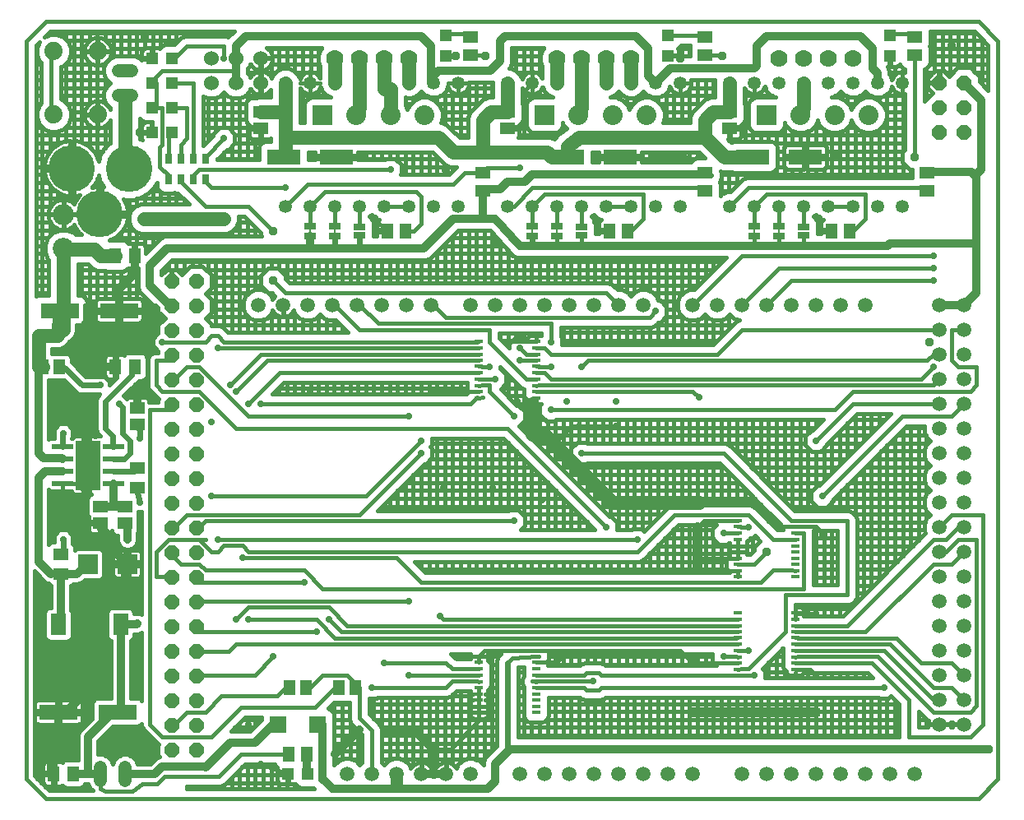
<source format=gtl>
G75*
%MOIN*%
%OFA0B0*%
%FSLAX24Y24*%
%IPPOS*%
%LPD*%
%AMOC8*
5,1,8,0,0,1.08239X$1,22.5*
%
%ADD10C,0.0160*%
%ADD11C,0.0591*%
%ADD12R,0.0472X0.0472*%
%ADD13R,0.0512X0.0591*%
%ADD14C,0.0700*%
%ADD15C,0.0531*%
%ADD16C,0.0600*%
%ADD17R,0.0591X0.0512*%
%ADD18R,0.1378X0.0630*%
%ADD19C,0.1890*%
%ADD20C,0.0540*%
%ADD21R,0.0800X0.0800*%
%ADD22C,0.0800*%
%ADD23C,0.0860*%
%ADD24C,0.0740*%
%ADD25OC8,0.0600*%
%ADD26C,0.0080*%
%ADD27R,0.0500X0.0250*%
%ADD28R,0.0295X0.0433*%
%ADD29R,0.0866X0.0236*%
%ADD30R,0.1000X0.2000*%
%ADD31R,0.0630X0.0512*%
%ADD32R,0.0512X0.0630*%
%ADD33R,0.1575X0.0630*%
%ADD34R,0.0630X0.0866*%
%ADD35R,0.0354X0.0138*%
%ADD36R,0.0787X0.0787*%
%ADD37R,0.0709X0.0669*%
%ADD38OC8,0.0356*%
%ADD39C,0.0560*%
%ADD40OC8,0.0280*%
%ADD41OC8,0.0240*%
%ADD42R,0.0356X0.0356*%
%ADD43C,0.0400*%
%ADD44C,0.0320*%
%ADD45C,0.0240*%
%ADD46C,0.0500*%
D10*
X002786Y002314D02*
X002858Y002314D01*
X002863Y002296D02*
X002886Y002255D01*
X002920Y002221D01*
X002961Y002197D01*
X003007Y002185D01*
X003238Y002185D01*
X003238Y002632D01*
X002850Y002632D01*
X002850Y002341D01*
X002863Y002296D01*
X002944Y002156D02*
X003697Y002156D01*
X003682Y002162D02*
X003770Y002125D01*
X004377Y002125D01*
X004466Y002162D01*
X004533Y002229D01*
X004554Y002280D01*
X004682Y002280D01*
X004748Y002121D01*
X004865Y002003D01*
X004867Y002000D01*
X003100Y002000D01*
X002500Y002600D01*
X002500Y010894D01*
X002947Y010447D01*
X003059Y010401D01*
X003062Y010394D01*
X003129Y010327D01*
X003180Y010306D01*
X003180Y009404D01*
X003117Y009404D01*
X003028Y009368D01*
X002961Y009300D01*
X002924Y009212D01*
X002924Y008250D01*
X002961Y008162D01*
X003028Y008095D01*
X003117Y008058D01*
X003842Y008058D01*
X003930Y008095D01*
X003998Y008162D01*
X004034Y008250D01*
X004034Y009212D01*
X003998Y009300D01*
X003980Y009318D01*
X003980Y010306D01*
X004031Y010327D01*
X004090Y010386D01*
X004202Y010386D01*
X004263Y010381D01*
X004281Y010386D01*
X004300Y010386D01*
X004356Y010410D01*
X004415Y010428D01*
X004429Y010440D01*
X004447Y010447D01*
X004490Y010491D01*
X004557Y010546D01*
X005134Y010546D01*
X005222Y010583D01*
X005290Y010650D01*
X005326Y010739D01*
X005326Y011621D01*
X005290Y011710D01*
X005222Y011777D01*
X005134Y011814D01*
X004251Y011814D01*
X004163Y011777D01*
X004135Y011749D01*
X004135Y011877D01*
X004098Y011966D01*
X004051Y012013D01*
X004060Y012023D01*
X004060Y012337D01*
X003837Y012560D01*
X003523Y012560D01*
X003300Y012337D01*
X003300Y012070D01*
X003217Y012070D01*
X003129Y012033D01*
X003080Y011984D01*
X003080Y014201D01*
X003113Y014168D01*
X003154Y014144D01*
X003200Y014132D01*
X003656Y014132D01*
X003656Y014430D01*
X003656Y014430D01*
X004230Y014430D01*
X004480Y014180D01*
X004680Y014380D01*
X004980Y014380D01*
X004760Y014360D02*
X004600Y014360D01*
X004480Y014380D02*
X004480Y014880D01*
X004480Y014980D01*
X004680Y015180D01*
X004980Y014880D01*
X004480Y015380D01*
X004980Y015880D01*
X004480Y015880D01*
X004480Y016380D01*
X004480Y016880D01*
X004480Y017380D01*
X004480Y017880D01*
X004980Y017880D01*
X004980Y017380D01*
X005020Y017372D02*
X003080Y017372D01*
X003080Y017530D02*
X005020Y017530D01*
X005020Y017689D02*
X003080Y017689D01*
X003080Y017847D02*
X005020Y017847D01*
X005020Y017852D02*
X005020Y016608D01*
X005075Y016476D01*
X005191Y016360D01*
X004760Y016360D01*
X004760Y015260D01*
X005032Y015260D01*
X005065Y015180D01*
X005032Y015100D01*
X004760Y015100D01*
X004760Y015260D01*
X004600Y015260D01*
X004600Y016360D01*
X004156Y016360D01*
X004111Y016348D01*
X004069Y016324D01*
X004036Y016291D01*
X004035Y016288D01*
X004026Y016288D01*
X004060Y016323D01*
X004060Y016637D01*
X003837Y016860D01*
X003523Y016860D01*
X003300Y016637D01*
X003300Y016537D01*
X003296Y016528D01*
X003296Y016288D01*
X003176Y016288D01*
X003087Y016252D01*
X003080Y016244D01*
X003080Y018645D01*
X003149Y018645D01*
X003180Y018658D01*
X003211Y018645D01*
X003706Y018645D01*
X004125Y018226D01*
X004226Y018125D01*
X004358Y018070D01*
X005161Y018070D01*
X005075Y017984D01*
X005020Y017852D01*
X005096Y018006D02*
X003080Y018006D01*
X003080Y018164D02*
X004187Y018164D01*
X004028Y018323D02*
X003080Y018323D01*
X003080Y018481D02*
X003870Y018481D01*
X003711Y018640D02*
X003080Y018640D01*
X003515Y019180D02*
X003680Y019180D01*
X004011Y019359D02*
X004011Y019523D01*
X003974Y019611D01*
X003906Y019679D01*
X003818Y019715D01*
X003211Y019715D01*
X003200Y019711D01*
X003200Y019910D01*
X003404Y019910D01*
X003482Y019902D01*
X003507Y019910D01*
X003533Y019910D01*
X003605Y019940D01*
X003680Y019962D01*
X003700Y019979D01*
X003725Y019989D01*
X003780Y020044D01*
X003840Y020093D01*
X003852Y020117D01*
X003871Y020135D01*
X003898Y020200D01*
X003926Y020219D01*
X003975Y020239D01*
X004011Y020276D01*
X004054Y020304D01*
X004083Y020348D01*
X004121Y020385D01*
X004141Y020433D01*
X004169Y020476D01*
X004180Y020528D01*
X004200Y020577D01*
X004200Y020628D01*
X004210Y020678D01*
X004200Y020730D01*
X004200Y020889D01*
X004366Y020889D01*
X004454Y020925D01*
X004521Y020993D01*
X004558Y021081D01*
X004558Y021680D01*
X004965Y021680D01*
X004965Y021521D01*
X005854Y021521D01*
X005854Y021366D01*
X004965Y021366D01*
X004965Y021105D01*
X004977Y021059D01*
X005001Y021018D01*
X005034Y020985D01*
X005075Y020961D01*
X005121Y020949D01*
X005854Y020949D01*
X005854Y021366D01*
X006009Y021366D01*
X006009Y020949D01*
X006743Y020949D01*
X006789Y020961D01*
X006830Y020985D01*
X006863Y021018D01*
X006887Y021059D01*
X006899Y021105D01*
X006899Y021366D01*
X006009Y021366D01*
X006009Y021521D01*
X006899Y021521D01*
X006899Y021680D01*
X007414Y021680D01*
X007526Y021568D01*
X007526Y021413D01*
X007802Y021137D01*
X007526Y020860D01*
X007526Y020535D01*
X007320Y020329D01*
X007320Y020031D01*
X007526Y019825D01*
X007526Y019750D01*
X007366Y019750D01*
X007249Y019701D01*
X007159Y019611D01*
X007110Y019494D01*
X007110Y018366D01*
X007159Y018249D01*
X007249Y018159D01*
X007499Y017909D01*
X007552Y017887D01*
X007526Y017860D01*
X007526Y017750D01*
X007155Y017750D01*
X007155Y017794D01*
X007143Y017840D01*
X007119Y017881D01*
X007086Y017915D01*
X007045Y017938D01*
X006999Y017951D01*
X006728Y017951D01*
X006728Y017563D01*
X006632Y017563D01*
X006632Y017951D01*
X006361Y017951D01*
X006315Y017938D01*
X006274Y017915D01*
X006241Y017881D01*
X006240Y017879D01*
X006134Y017985D01*
X006134Y017985D01*
X006114Y018005D01*
X006734Y018625D01*
X006877Y018625D01*
X006966Y018662D01*
X007033Y018729D01*
X007070Y018817D01*
X007070Y019543D01*
X007033Y019631D01*
X006966Y019698D01*
X006877Y019735D01*
X006270Y019735D01*
X006182Y019698D01*
X006134Y019650D01*
X006112Y019663D01*
X006066Y019675D01*
X005834Y019675D01*
X005834Y019228D01*
X005738Y019228D01*
X005738Y019132D01*
X005350Y019132D01*
X005350Y018841D01*
X005363Y018796D01*
X005386Y018755D01*
X005420Y018721D01*
X005461Y018697D01*
X005507Y018685D01*
X005738Y018685D01*
X005738Y019132D01*
X005834Y019132D01*
X005834Y018743D01*
X005540Y018449D01*
X005540Y018579D01*
X005485Y018634D01*
X005384Y018735D01*
X005384Y018735D01*
X005329Y018790D01*
X004579Y018790D01*
X004011Y019359D01*
X004011Y019432D02*
X005350Y019432D01*
X005350Y019519D02*
X005350Y019228D01*
X005738Y019228D01*
X005738Y019675D01*
X005507Y019675D01*
X005461Y019663D01*
X005420Y019639D01*
X005386Y019605D01*
X005363Y019564D01*
X005350Y019519D01*
X005378Y019591D02*
X003983Y019591D01*
X004096Y019274D02*
X005350Y019274D01*
X005350Y019115D02*
X004254Y019115D01*
X004413Y018957D02*
X005350Y018957D01*
X005362Y018798D02*
X004571Y018798D01*
X005480Y018640D02*
X005730Y018640D01*
X005738Y018798D02*
X005834Y018798D01*
X005834Y018957D02*
X005738Y018957D01*
X005738Y019115D02*
X005834Y019115D01*
X005834Y019274D02*
X005738Y019274D01*
X005738Y019432D02*
X005834Y019432D01*
X005834Y019591D02*
X005738Y019591D01*
X006430Y019180D02*
X006574Y019180D01*
X007070Y019115D02*
X007110Y019115D01*
X007110Y018957D02*
X007070Y018957D01*
X007062Y018798D02*
X007110Y018798D01*
X007110Y018640D02*
X006912Y018640D01*
X007110Y018481D02*
X006590Y018481D01*
X006432Y018323D02*
X007128Y018323D01*
X007243Y018164D02*
X006273Y018164D01*
X006115Y018006D02*
X007402Y018006D01*
X007526Y017847D02*
X007139Y017847D01*
X007249Y018159D02*
X007249Y018159D01*
X007430Y018430D02*
X007430Y019430D01*
X007930Y019430D01*
X008066Y019637D01*
X007680Y020180D02*
X009430Y020180D01*
X009680Y020430D01*
X009930Y020430D01*
X010180Y020180D01*
X020430Y020180D01*
X020528Y020198D01*
X020528Y019942D02*
X020430Y019930D01*
X009930Y019930D01*
X010346Y020580D02*
X010269Y020657D01*
X010157Y020769D01*
X010010Y020830D01*
X009686Y020830D01*
X009686Y020894D01*
X009443Y021137D01*
X009686Y021380D01*
X009686Y021894D01*
X009443Y022137D01*
X009686Y022380D01*
X009686Y022894D01*
X009323Y023257D01*
X008809Y023257D01*
X008467Y022915D01*
X008265Y023117D01*
X008086Y023117D01*
X008086Y022657D01*
X008046Y022657D01*
X008046Y023117D01*
X007867Y023117D01*
X007660Y022910D01*
X007660Y023081D01*
X008079Y023500D01*
X018375Y023500D01*
X018552Y023573D01*
X018687Y023708D01*
X019679Y024700D01*
X020968Y024700D01*
X021769Y023819D01*
X021773Y023808D01*
X021833Y023749D01*
X021889Y023686D01*
X021900Y023681D01*
X021908Y023673D01*
X021986Y023641D01*
X022062Y023605D01*
X022074Y023605D01*
X022085Y023600D01*
X022169Y023600D01*
X022253Y023596D01*
X022264Y023600D01*
X030534Y023600D01*
X029230Y022295D01*
X029058Y022295D01*
X028831Y022202D01*
X028658Y022029D01*
X028565Y021802D01*
X028565Y021558D01*
X028658Y021331D01*
X028831Y021158D01*
X029058Y021065D01*
X029302Y021065D01*
X029529Y021158D01*
X029680Y021310D01*
X029831Y021158D01*
X030058Y021065D01*
X030302Y021065D01*
X030529Y021158D01*
X030680Y021310D01*
X030831Y021158D01*
X031058Y021065D01*
X031064Y021065D01*
X030953Y021019D01*
X030014Y020080D01*
X023870Y020080D01*
X023870Y020362D01*
X023830Y020402D01*
X023830Y020780D01*
X027510Y020780D01*
X027657Y020841D01*
X027769Y020953D01*
X027806Y020990D01*
X027862Y020990D01*
X028120Y021248D01*
X028120Y021612D01*
X027862Y021870D01*
X027767Y021870D01*
X027702Y022029D01*
X027529Y022202D01*
X027302Y022295D01*
X027058Y022295D01*
X026831Y022202D01*
X026680Y022050D01*
X026529Y022202D01*
X026302Y022295D01*
X026130Y022295D01*
X025907Y022519D01*
X025760Y022580D01*
X012846Y022580D01*
X012678Y022748D01*
X012678Y022886D01*
X012386Y023178D01*
X011974Y023178D01*
X011682Y022886D01*
X011682Y022474D01*
X011974Y022182D01*
X012112Y022182D01*
X012261Y022033D01*
X012217Y021990D01*
X012174Y021929D01*
X012157Y021896D01*
X012102Y022029D01*
X011929Y022202D01*
X011702Y022295D01*
X011458Y022295D01*
X011231Y022202D01*
X011058Y022029D01*
X010965Y021802D01*
X010965Y021558D01*
X011058Y021331D01*
X011231Y021158D01*
X011458Y021065D01*
X011702Y021065D01*
X011929Y021158D01*
X012102Y021331D01*
X012157Y021464D01*
X012174Y021431D01*
X012217Y021370D01*
X012270Y021317D01*
X012331Y021274D01*
X012398Y021240D01*
X012469Y021216D01*
X012543Y021205D01*
X012562Y021205D01*
X012562Y021662D01*
X012598Y021662D01*
X012598Y021205D01*
X012617Y021205D01*
X012691Y021216D01*
X012762Y021240D01*
X012829Y021274D01*
X012890Y021317D01*
X012943Y021370D01*
X012986Y021431D01*
X013003Y021464D01*
X013058Y021331D01*
X013231Y021158D01*
X013458Y021065D01*
X013702Y021065D01*
X013929Y021158D01*
X014080Y021310D01*
X014231Y021158D01*
X014458Y021065D01*
X014702Y021065D01*
X014722Y021073D01*
X015214Y020580D01*
X010346Y020580D01*
X010500Y020580D02*
X010500Y023500D01*
X010180Y023500D02*
X010180Y020746D01*
X009860Y020830D02*
X009860Y023500D01*
X009540Y023500D02*
X009540Y023039D01*
X009459Y023120D02*
X011916Y023120D01*
X011780Y022984D02*
X011780Y023500D01*
X011460Y023500D02*
X011460Y022295D01*
X011682Y022480D02*
X009686Y022480D01*
X009540Y022234D02*
X009540Y022039D01*
X009466Y022160D02*
X011190Y022160D01*
X011140Y022110D02*
X011140Y023500D01*
X010820Y023500D02*
X010820Y020580D01*
X011140Y020580D02*
X011140Y021250D01*
X011190Y021200D02*
X009506Y021200D01*
X009540Y021234D02*
X009540Y021039D01*
X009686Y020880D02*
X014914Y020880D01*
X014980Y020814D02*
X014980Y020580D01*
X014660Y020580D02*
X014660Y021065D01*
X014340Y021113D02*
X014340Y020580D01*
X014020Y020580D02*
X014020Y021250D01*
X013970Y021200D02*
X014190Y021200D01*
X013700Y021065D02*
X013700Y020580D01*
X013380Y020580D02*
X013380Y021097D01*
X013190Y021200D02*
X011970Y021200D01*
X012100Y021330D02*
X012100Y020580D01*
X011780Y020580D02*
X011780Y021097D01*
X011460Y021065D02*
X011460Y020580D01*
X011680Y019680D02*
X010430Y018430D01*
X010680Y018180D02*
X011930Y019430D01*
X020430Y019430D01*
X020528Y019448D01*
X020528Y019686D02*
X020430Y019680D01*
X011680Y019680D01*
X012430Y018930D02*
X011180Y017680D01*
X011180Y017180D02*
X009180Y019180D01*
X008680Y019180D01*
X008180Y018680D01*
X008066Y018637D01*
X007680Y018180D02*
X007430Y018430D01*
X007680Y018180D02*
X009180Y018180D01*
X010680Y016680D01*
X021680Y016680D01*
X025680Y012680D01*
X026120Y012580D02*
X026120Y012862D01*
X025862Y013120D01*
X025806Y013120D01*
X022149Y016777D01*
X022370Y016998D01*
X022370Y017362D01*
X022112Y017620D01*
X022056Y017620D01*
X021399Y018277D01*
X021620Y018498D01*
X021620Y018862D01*
X021370Y019112D01*
X021370Y019174D01*
X022203Y018341D01*
X022334Y018287D01*
X022334Y018036D01*
X022383Y017918D01*
X022473Y017828D01*
X022474Y017827D01*
X022474Y017820D01*
X022487Y017774D01*
X022510Y017733D01*
X022544Y017699D01*
X022585Y017676D01*
X022631Y017663D01*
X022832Y017663D01*
X023032Y017663D01*
X023044Y017667D01*
X022990Y017612D01*
X022990Y017248D01*
X023248Y016990D01*
X023612Y016990D01*
X023652Y017030D01*
X034464Y017030D01*
X034054Y016620D01*
X033998Y016620D01*
X033740Y016362D01*
X033740Y015998D01*
X033998Y015740D01*
X034362Y015740D01*
X034620Y015998D01*
X034620Y016054D01*
X035846Y017280D01*
X037214Y017280D01*
X034304Y014370D01*
X034248Y014370D01*
X033990Y014112D01*
X033990Y013748D01*
X034248Y013490D01*
X034612Y013490D01*
X034870Y013748D01*
X034870Y013804D01*
X037846Y016780D01*
X038565Y016780D01*
X038565Y016558D01*
X038658Y016331D01*
X038810Y016180D01*
X038658Y016029D01*
X038565Y015802D01*
X038565Y015558D01*
X038658Y015331D01*
X038810Y015180D01*
X038658Y015029D01*
X038565Y014802D01*
X038565Y014558D01*
X038658Y014331D01*
X038810Y014180D01*
X038658Y014029D01*
X038565Y013802D01*
X038565Y013558D01*
X038658Y013331D01*
X038810Y013180D01*
X038658Y013029D01*
X038565Y012802D01*
X038565Y012558D01*
X038617Y012432D01*
X035264Y009080D01*
X033682Y009080D01*
X033689Y009105D01*
X033689Y009198D01*
X033689Y009290D01*
X033676Y009336D01*
X033653Y009377D01*
X033619Y009411D01*
X033578Y009434D01*
X033532Y009447D01*
X033332Y009447D01*
X033332Y009198D01*
X033689Y009198D01*
X033332Y009198D01*
X033332Y009198D01*
X033332Y009198D01*
X033349Y009180D01*
X033349Y008960D01*
X033332Y008942D01*
X033349Y009180D02*
X034180Y009180D01*
X034180Y009080D02*
X034180Y009530D01*
X033860Y009530D02*
X033860Y009080D01*
X033540Y009198D02*
X033540Y009198D01*
X033663Y009360D02*
X035544Y009360D01*
X035460Y009276D02*
X035460Y009530D01*
X035510Y009530D02*
X035657Y009591D01*
X035769Y009703D01*
X035830Y009850D01*
X035830Y013010D01*
X035769Y013157D01*
X035657Y013269D01*
X035510Y013330D01*
X033588Y013330D01*
X033572Y013337D01*
X033429Y013337D01*
X033422Y013338D01*
X033364Y013354D01*
X033344Y013352D01*
X033324Y013355D01*
X033321Y013355D01*
X030769Y015907D01*
X030657Y016019D01*
X030510Y016080D01*
X024902Y016080D01*
X033740Y016080D01*
X033860Y015878D02*
X033860Y013330D01*
X034180Y013330D02*
X034180Y013558D01*
X034218Y013520D02*
X033156Y013520D01*
X033220Y013456D02*
X033220Y017030D01*
X032900Y017030D02*
X032900Y013776D01*
X032836Y013840D02*
X033990Y013840D01*
X034038Y014160D02*
X032516Y014160D01*
X032580Y014096D02*
X032580Y017030D01*
X032260Y017030D02*
X032260Y014416D01*
X032196Y014480D02*
X034414Y014480D01*
X034500Y014566D02*
X034500Y015878D01*
X034382Y015760D02*
X035694Y015760D01*
X035780Y015846D02*
X035780Y017214D01*
X035606Y017040D02*
X036974Y017040D01*
X037060Y017126D02*
X037060Y017280D01*
X036740Y017280D02*
X036740Y016806D01*
X036654Y016720D02*
X035286Y016720D01*
X035140Y016574D02*
X035140Y015206D01*
X035054Y015120D02*
X031556Y015120D01*
X031620Y015056D02*
X031620Y017030D01*
X031300Y017030D02*
X031300Y015376D01*
X031236Y015440D02*
X035374Y015440D01*
X035460Y015526D02*
X035460Y016894D01*
X034930Y017430D02*
X035680Y018180D01*
X040430Y018180D01*
X040680Y018430D01*
X040680Y019180D01*
X039930Y019180D01*
X039680Y019430D01*
X039680Y020680D01*
X040180Y020680D01*
X039180Y020680D02*
X031180Y020680D01*
X030180Y019680D01*
X023430Y019680D01*
X023180Y019930D01*
X022930Y019930D01*
X022832Y019942D01*
X022832Y020198D02*
X021698Y020198D01*
X021680Y020180D01*
X021740Y020112D02*
X021740Y019936D01*
X021330Y020346D01*
X021330Y020530D01*
X023030Y020530D01*
X023030Y020447D01*
X022832Y020447D01*
X022832Y020345D01*
X022832Y020345D01*
X022832Y020447D01*
X022631Y020447D01*
X022585Y020434D01*
X022544Y020411D01*
X022510Y020377D01*
X022487Y020336D01*
X022474Y020290D01*
X022474Y020283D01*
X022473Y020282D01*
X022462Y020271D01*
X022362Y020370D01*
X021998Y020370D01*
X021740Y020112D01*
X021700Y019976D02*
X021700Y020530D01*
X022020Y020530D02*
X022020Y020370D01*
X021868Y020240D02*
X021436Y020240D01*
X021380Y020296D02*
X021380Y020530D01*
X020930Y020680D02*
X020930Y020180D01*
X022430Y018680D01*
X022832Y018680D01*
X022832Y018424D02*
X022930Y018430D01*
X038930Y018430D01*
X039180Y018680D01*
X038930Y019180D02*
X038430Y018680D01*
X023430Y018680D01*
X023180Y018930D01*
X022930Y018930D01*
X022832Y018936D01*
X022832Y019192D02*
X022930Y019180D01*
X023430Y019180D01*
X022832Y019448D02*
X022680Y019430D01*
X022180Y019430D01*
X022430Y019680D02*
X022180Y019930D01*
X022430Y019680D02*
X022680Y019680D01*
X022832Y019686D01*
X022980Y020447D02*
X022980Y020530D01*
X022660Y020530D02*
X022660Y020447D01*
X022340Y020370D02*
X022340Y020530D01*
X023430Y020180D02*
X023430Y020930D01*
X016430Y020930D01*
X015680Y021680D01*
X015580Y021680D01*
X014680Y021680D02*
X014580Y021680D01*
X014680Y021680D02*
X015680Y020680D01*
X020930Y020680D01*
X019180Y021180D02*
X018680Y021680D01*
X018580Y021680D01*
X019180Y021180D02*
X027430Y021180D01*
X027680Y021430D01*
X028120Y021520D02*
X028580Y021520D01*
X028740Y021250D02*
X028740Y020080D01*
X028420Y020080D02*
X028420Y023600D01*
X028740Y023600D02*
X028740Y022110D01*
X028790Y022160D02*
X027570Y022160D01*
X027460Y022230D02*
X027460Y023600D01*
X027140Y023600D02*
X027140Y022295D01*
X026820Y022190D02*
X026820Y023600D01*
X026500Y023600D02*
X026500Y022213D01*
X026570Y022160D02*
X026790Y022160D01*
X026180Y022295D02*
X026180Y023600D01*
X025860Y023600D02*
X025860Y022538D01*
X025946Y022480D02*
X029414Y022480D01*
X029380Y022446D02*
X029380Y023600D01*
X029060Y023600D02*
X029060Y022295D01*
X029180Y021680D02*
X031180Y023680D01*
X038930Y023680D01*
X038930Y023180D02*
X032680Y023180D01*
X031180Y021680D01*
X030980Y021097D02*
X030980Y021030D01*
X030814Y020880D02*
X027696Y020880D01*
X027780Y020964D02*
X027780Y020080D01*
X027460Y020080D02*
X027460Y020780D01*
X027140Y020780D02*
X027140Y020080D01*
X026820Y020080D02*
X026820Y020780D01*
X026500Y020780D02*
X026500Y020080D01*
X026180Y020080D02*
X026180Y020780D01*
X025860Y020780D02*
X025860Y020080D01*
X025540Y020080D02*
X025540Y020780D01*
X025220Y020780D02*
X025220Y020080D01*
X024900Y020080D02*
X024900Y020780D01*
X024580Y020780D02*
X024580Y020080D01*
X024260Y020080D02*
X024260Y020780D01*
X023940Y020780D02*
X023940Y020080D01*
X023870Y020240D02*
X030174Y020240D01*
X030020Y020086D02*
X030020Y021080D01*
X029790Y021200D02*
X029570Y021200D01*
X029700Y021290D02*
X029700Y020080D01*
X029380Y020080D02*
X029380Y021097D01*
X029060Y021065D02*
X029060Y020080D01*
X028100Y020080D02*
X028100Y021228D01*
X028072Y021200D02*
X028790Y021200D01*
X028100Y021632D02*
X028100Y023600D01*
X027780Y023600D02*
X027780Y021870D01*
X027892Y021840D02*
X028580Y021840D01*
X029700Y022766D02*
X029700Y023600D01*
X030020Y023600D02*
X030020Y023086D01*
X030054Y023120D02*
X012444Y023120D01*
X012420Y023144D02*
X012420Y023500D01*
X012100Y023500D02*
X012100Y023178D01*
X012180Y022680D02*
X012680Y022180D01*
X025680Y022180D01*
X026180Y021680D01*
X025540Y022580D02*
X025540Y023600D01*
X025220Y023600D02*
X025220Y022580D01*
X024900Y022580D02*
X024900Y023600D01*
X024580Y023600D02*
X024580Y022580D01*
X024260Y022580D02*
X024260Y023600D01*
X023940Y023600D02*
X023940Y022580D01*
X023620Y022580D02*
X023620Y023600D01*
X023300Y023600D02*
X023300Y022580D01*
X022980Y022580D02*
X022980Y023600D01*
X022660Y023600D02*
X022660Y022580D01*
X022340Y022580D02*
X022340Y023600D01*
X022020Y023625D02*
X022020Y022580D01*
X021700Y022580D02*
X021700Y023894D01*
X021821Y023760D02*
X018739Y023760D01*
X018820Y023841D02*
X018820Y022580D01*
X018500Y022580D02*
X018500Y023552D01*
X018180Y023500D02*
X018180Y022580D01*
X017860Y022580D02*
X017860Y023500D01*
X017540Y023500D02*
X017540Y022580D01*
X017220Y022580D02*
X017220Y023500D01*
X016900Y023500D02*
X016900Y022580D01*
X016580Y022580D02*
X016580Y023500D01*
X016260Y023500D02*
X016260Y022580D01*
X015940Y022580D02*
X015940Y023500D01*
X015620Y023500D02*
X015620Y022580D01*
X015300Y022580D02*
X015300Y023500D01*
X014980Y023500D02*
X014980Y022580D01*
X014660Y022580D02*
X014660Y023500D01*
X014340Y023500D02*
X014340Y022580D01*
X014020Y022580D02*
X014020Y023500D01*
X013700Y023500D02*
X013700Y022580D01*
X013380Y022580D02*
X013380Y023500D01*
X013060Y023500D02*
X013060Y022580D01*
X012740Y022686D02*
X012740Y023500D01*
X012678Y022800D02*
X029734Y022800D01*
X030340Y023406D02*
X030340Y023600D01*
X030374Y023440D02*
X008019Y023440D01*
X007940Y023361D02*
X007940Y023117D01*
X007699Y023120D02*
X008672Y023120D01*
X008580Y023028D02*
X008580Y023500D01*
X008260Y023500D02*
X008260Y023117D01*
X008086Y022800D02*
X008046Y022800D01*
X006980Y022001D02*
X006980Y021680D01*
X006899Y021680D02*
X006899Y021782D01*
X006887Y021828D01*
X006863Y021869D01*
X006830Y021903D01*
X006789Y021926D01*
X006743Y021939D01*
X006009Y021939D01*
X006009Y021680D01*
X005854Y021680D01*
X005854Y021939D01*
X005121Y021939D01*
X005075Y021926D01*
X005034Y021903D01*
X005001Y021869D01*
X004977Y021828D01*
X004965Y021782D01*
X004965Y021680D01*
X004638Y021680D01*
X004638Y021822D01*
X004589Y021940D01*
X004499Y022030D01*
X004381Y022079D01*
X004280Y022079D01*
X004280Y023330D01*
X004681Y023330D01*
X004840Y023171D01*
X005061Y023080D01*
X005382Y023080D01*
X005467Y023045D01*
X006106Y023045D01*
X006223Y023094D01*
X006313Y023184D01*
X006314Y023185D01*
X006526Y023185D01*
X006526Y023632D01*
X006622Y023632D01*
X006622Y023185D01*
X006700Y023185D01*
X006700Y022385D01*
X006773Y022208D01*
X006908Y022073D01*
X007301Y021680D01*
X006899Y021680D01*
X006899Y021651D02*
X007443Y021651D01*
X007300Y021680D02*
X007300Y021681D01*
X007141Y021840D02*
X006880Y021840D01*
X006660Y021939D02*
X006660Y023185D01*
X006700Y023120D02*
X006250Y023120D01*
X006340Y023185D02*
X006340Y021939D01*
X006020Y021939D02*
X006020Y023045D01*
X005700Y023045D02*
X005700Y021939D01*
X005854Y021840D02*
X006009Y021840D01*
X006009Y021493D02*
X007526Y021493D01*
X007605Y021334D02*
X006899Y021334D01*
X006899Y021176D02*
X007763Y021176D01*
X007682Y021017D02*
X006862Y021017D01*
X007526Y020859D02*
X004200Y020859D01*
X004206Y020700D02*
X007526Y020700D01*
X007526Y020542D02*
X004185Y020542D01*
X004118Y020383D02*
X007374Y020383D01*
X007320Y020225D02*
X003939Y020225D01*
X003806Y020066D02*
X007320Y020066D01*
X007443Y019908D02*
X003499Y019908D01*
X003429Y019908D02*
X003200Y019908D01*
X003200Y019749D02*
X007364Y019749D01*
X007150Y019591D02*
X007050Y019591D01*
X007070Y019432D02*
X007110Y019432D01*
X007110Y019274D02*
X007070Y019274D01*
X005572Y018481D02*
X005540Y018481D01*
X005485Y018634D02*
X005485Y018634D01*
X006632Y017847D02*
X006728Y017847D01*
X006728Y017689D02*
X006632Y017689D01*
X007180Y017430D02*
X007930Y017430D01*
X008066Y017637D01*
X007180Y017430D02*
X007180Y004680D01*
X007680Y004180D01*
X009680Y004180D01*
X010880Y005380D01*
X013880Y005380D01*
X014680Y006180D01*
X014845Y006180D01*
X014980Y005565D02*
X014980Y003263D01*
X015021Y003280D02*
X014660Y003280D01*
X014831Y003202D02*
X014660Y003030D01*
X014660Y004278D01*
X014661Y004282D01*
X014661Y005078D01*
X014613Y005196D01*
X014523Y005286D01*
X014405Y005335D01*
X014400Y005335D01*
X014630Y005565D01*
X015165Y005565D01*
X015180Y005571D01*
X015195Y005565D01*
X015280Y005565D01*
X015280Y004850D01*
X015341Y004703D01*
X015780Y004264D01*
X015780Y003150D01*
X015680Y003050D01*
X015529Y003202D01*
X015302Y003295D01*
X015058Y003295D01*
X014831Y003202D01*
X014660Y003030D02*
X014660Y004278D01*
X014660Y004240D02*
X015780Y004240D01*
X015620Y004424D02*
X015620Y003110D01*
X015780Y003280D02*
X015339Y003280D01*
X015300Y003295D02*
X015300Y004802D01*
X015280Y004880D02*
X014661Y004880D01*
X014660Y005082D02*
X014660Y005565D01*
X014586Y005520D02*
X015280Y005520D01*
X015280Y005200D02*
X014609Y005200D01*
X014661Y004560D02*
X015484Y004560D01*
X015680Y004930D02*
X016180Y004430D01*
X016180Y002680D01*
X016580Y003150D02*
X016680Y003050D01*
X016831Y003202D01*
X017058Y003295D01*
X017302Y003295D01*
X017529Y003202D01*
X017702Y003029D01*
X017757Y002896D01*
X017774Y002929D01*
X017817Y002990D01*
X017870Y003043D01*
X017931Y003086D01*
X017998Y003120D01*
X018069Y003144D01*
X018143Y003155D01*
X018162Y003155D01*
X018162Y002698D01*
X018198Y002698D01*
X018198Y003155D01*
X018217Y003155D01*
X018291Y003144D01*
X018362Y003120D01*
X018429Y003086D01*
X018490Y003043D01*
X018543Y002990D01*
X018586Y002929D01*
X018620Y002862D01*
X018644Y002791D01*
X018655Y002717D01*
X018655Y002698D01*
X018198Y002698D01*
X018198Y002662D01*
X018655Y002662D01*
X018655Y002643D01*
X018644Y002569D01*
X018641Y002560D01*
X018719Y002560D01*
X018716Y002569D01*
X018705Y002643D01*
X018705Y002662D01*
X019162Y002662D01*
X019162Y002698D01*
X018705Y002698D01*
X018705Y002717D01*
X018716Y002791D01*
X018740Y002862D01*
X018774Y002929D01*
X018817Y002990D01*
X018870Y003043D01*
X018931Y003086D01*
X018998Y003120D01*
X019069Y003144D01*
X019143Y003155D01*
X019162Y003155D01*
X019162Y002698D01*
X019198Y002698D01*
X019198Y003155D01*
X019217Y003155D01*
X019291Y003144D01*
X019362Y003120D01*
X019429Y003086D01*
X019490Y003043D01*
X019543Y002990D01*
X019586Y002929D01*
X019603Y002896D01*
X019658Y003029D01*
X019831Y003202D01*
X020058Y003295D01*
X020302Y003295D01*
X020529Y003202D01*
X020700Y003030D01*
X020700Y003175D01*
X020773Y003352D01*
X020908Y003487D01*
X021240Y003819D01*
X021240Y007268D01*
X021307Y007429D01*
X021408Y007530D01*
X020886Y007530D01*
X020886Y007448D01*
X020528Y007448D01*
X020528Y007448D01*
X020171Y007448D01*
X020171Y007530D01*
X019380Y007530D01*
X019407Y007519D01*
X019519Y007407D01*
X019596Y007330D01*
X020178Y007330D01*
X020171Y007355D01*
X020171Y007448D01*
X020528Y007448D01*
X020528Y007192D01*
X020528Y007448D02*
X020528Y007448D01*
X020761Y007680D01*
X024180Y007680D01*
X023692Y007192D01*
X022832Y007192D01*
X022832Y007448D02*
X021899Y007380D01*
X021880Y007380D01*
X021680Y007180D01*
X021380Y007502D02*
X021380Y007530D01*
X021318Y007440D02*
X020886Y007440D01*
X020886Y007448D02*
X020528Y007448D01*
X020420Y007448D02*
X020420Y007448D01*
X020171Y007440D02*
X019486Y007440D01*
X019460Y007466D02*
X019460Y007530D01*
X019780Y007530D02*
X019780Y007330D01*
X020100Y007330D02*
X020100Y007530D01*
X020740Y007448D02*
X020740Y007448D01*
X020886Y007448D02*
X020886Y007355D01*
X020876Y007320D01*
X020886Y007284D01*
X020886Y007277D01*
X020887Y007276D01*
X020977Y007186D01*
X021026Y007068D01*
X021026Y006292D01*
X020977Y006174D01*
X020887Y006084D01*
X020886Y006083D01*
X020886Y006076D01*
X020876Y006040D01*
X020886Y006005D01*
X020886Y005912D01*
X020769Y005912D01*
X020886Y005912D01*
X020886Y005820D01*
X020878Y005793D01*
X020886Y005767D01*
X020886Y005674D01*
X020769Y005674D01*
X020769Y005674D01*
X020886Y005674D01*
X020886Y005581D01*
X020876Y005546D01*
X020886Y005511D01*
X020886Y005418D01*
X020528Y005418D01*
X020171Y005418D01*
X020171Y005326D01*
X020181Y005290D01*
X020171Y005255D01*
X020171Y005162D01*
X020171Y005070D01*
X020184Y005024D01*
X020207Y004983D01*
X020241Y004949D01*
X020282Y004926D01*
X020328Y004913D01*
X020528Y004913D01*
X020528Y005162D01*
X020171Y005162D01*
X020528Y005162D01*
X020528Y005162D01*
X020528Y005162D01*
X020528Y004913D01*
X020729Y004913D01*
X020775Y004926D01*
X020816Y004949D01*
X020850Y004983D01*
X020873Y005024D01*
X020886Y005070D01*
X020886Y005162D01*
X020528Y005162D01*
X020528Y005418D01*
X020528Y005418D01*
X020528Y005418D01*
X020528Y005411D01*
X020528Y005162D01*
X020528Y004832D01*
X019377Y003680D01*
X018680Y003680D01*
X019140Y003155D02*
X019140Y005780D01*
X019260Y005780D02*
X019407Y005841D01*
X019519Y005953D01*
X019596Y006030D01*
X020178Y006030D01*
X020171Y006005D01*
X020171Y005912D01*
X020171Y005820D01*
X020178Y005793D01*
X020171Y005767D01*
X020171Y005674D01*
X020171Y005581D01*
X020181Y005546D01*
X020171Y005511D01*
X020171Y005418D01*
X020528Y005418D01*
X020528Y005425D01*
X020528Y005674D01*
X020528Y005674D01*
X020528Y005912D01*
X020528Y005912D01*
X020528Y005674D01*
X020528Y005674D01*
X020528Y005912D01*
X020528Y006168D01*
X020528Y006424D02*
X020430Y006430D01*
X019430Y006430D01*
X019180Y006180D01*
X016180Y006180D01*
X016260Y005740D02*
X016260Y004916D01*
X016296Y004880D02*
X021240Y004880D01*
X021240Y005200D02*
X020886Y005200D01*
X020886Y005162D02*
X020886Y005255D01*
X020876Y005290D01*
X020886Y005326D01*
X020886Y005418D01*
X020528Y005418D01*
X020528Y005418D01*
X020528Y005674D01*
X020528Y005418D01*
X020528Y005162D01*
X020528Y005162D01*
X020528Y005162D01*
X020886Y005162D01*
X020740Y005162D02*
X020740Y005162D01*
X020528Y005200D02*
X020528Y005200D01*
X020420Y005162D02*
X020420Y005162D01*
X020420Y004913D02*
X020420Y003247D01*
X020339Y003280D02*
X020743Y003280D01*
X020740Y003272D02*
X020740Y004916D01*
X020740Y005418D02*
X020740Y005418D01*
X020883Y005520D02*
X021240Y005520D01*
X021240Y005840D02*
X020886Y005840D01*
X020769Y005912D02*
X020769Y005912D01*
X020528Y005840D02*
X020528Y005840D01*
X020288Y005912D02*
X020288Y005912D01*
X020171Y005912D01*
X020288Y005912D01*
X020171Y005840D02*
X019404Y005840D01*
X019460Y005894D02*
X019460Y003064D01*
X019564Y002960D02*
X019630Y002960D01*
X019780Y003150D02*
X019780Y006030D01*
X020100Y006030D02*
X020100Y003295D01*
X020021Y003280D02*
X017339Y003280D01*
X017220Y003295D02*
X017220Y005780D01*
X016900Y005780D02*
X016900Y003230D01*
X017021Y003280D02*
X016580Y003280D01*
X016580Y003150D02*
X016580Y004510D01*
X016519Y004657D01*
X016407Y004769D01*
X016080Y005096D01*
X016080Y005740D01*
X016362Y005740D01*
X016402Y005780D01*
X019260Y005780D01*
X018820Y005780D02*
X018820Y002992D01*
X018796Y002960D02*
X018564Y002960D01*
X018500Y003032D02*
X018500Y005780D01*
X018180Y005780D02*
X018180Y002698D01*
X018162Y002960D02*
X018198Y002960D01*
X017860Y003032D02*
X017860Y005780D01*
X017540Y005780D02*
X017540Y003190D01*
X017730Y002960D02*
X017796Y002960D01*
X018500Y002698D02*
X018500Y002662D01*
X018655Y002640D02*
X018705Y002640D01*
X018820Y002662D02*
X018820Y002698D01*
X019140Y002698D02*
X019140Y002662D01*
X019162Y002960D02*
X019198Y002960D01*
X021021Y003600D02*
X016580Y003600D01*
X016580Y003920D02*
X021240Y003920D01*
X021240Y004240D02*
X016580Y004240D01*
X016559Y004560D02*
X021240Y004560D01*
X022120Y004560D02*
X037530Y004560D01*
X037530Y004240D02*
X022120Y004240D01*
X022120Y004160D02*
X022120Y006995D01*
X022334Y007011D01*
X022334Y006641D01*
X022313Y006590D01*
X022283Y006525D01*
X022283Y006517D01*
X022280Y006510D01*
X022280Y006438D01*
X022277Y006366D01*
X022280Y006359D01*
X022280Y006350D01*
X022307Y006284D01*
X022332Y006217D01*
X022334Y006215D01*
X022334Y005030D01*
X022383Y004912D01*
X022473Y004822D01*
X022591Y004773D01*
X023072Y004773D01*
X023190Y004822D01*
X023280Y004912D01*
X023329Y005030D01*
X023329Y005780D01*
X024614Y005780D01*
X024653Y005741D01*
X024800Y005680D01*
X025460Y005680D01*
X025607Y005741D01*
X025646Y005780D01*
X036708Y005780D01*
X036748Y005740D01*
X037112Y005740D01*
X037208Y005836D01*
X037530Y005514D01*
X037530Y004160D01*
X022120Y004160D01*
X022340Y004160D02*
X022340Y005016D01*
X022415Y004880D02*
X022120Y004880D01*
X022120Y005200D02*
X022334Y005200D01*
X022334Y005520D02*
X022120Y005520D01*
X022120Y005840D02*
X022334Y005840D01*
X022334Y006160D02*
X022120Y006160D01*
X022120Y006480D02*
X022280Y006480D01*
X022334Y006800D02*
X022120Y006800D01*
X022680Y006430D02*
X022832Y006424D01*
X022680Y006430D02*
X025130Y006430D01*
X024780Y006180D02*
X022930Y006180D01*
X022832Y006168D01*
X022832Y006680D02*
X024780Y006680D01*
X024880Y006780D01*
X025380Y006780D01*
X025480Y006680D01*
X031680Y006680D01*
X031430Y006930D02*
X031180Y006930D01*
X031028Y006912D01*
X031028Y007168D02*
X029192Y007168D01*
X029180Y007180D01*
X028680Y007680D01*
X024180Y007680D01*
X024260Y007530D02*
X024260Y007080D01*
X023940Y007080D02*
X023940Y007530D01*
X023620Y007530D02*
X023620Y007080D01*
X023324Y007080D02*
X023280Y007186D01*
X023274Y007192D01*
X023280Y007198D01*
X023329Y007315D01*
X023329Y007387D01*
X023338Y007437D01*
X023329Y007479D01*
X023329Y007530D01*
X029990Y007530D01*
X029990Y007248D01*
X030158Y007080D01*
X025646Y007080D01*
X025607Y007119D01*
X025460Y007180D01*
X024800Y007180D01*
X024653Y007119D01*
X024614Y007080D01*
X023324Y007080D01*
X023307Y007120D02*
X024656Y007120D01*
X024580Y007080D02*
X024580Y007530D01*
X024900Y007530D02*
X024900Y007180D01*
X025220Y007180D02*
X025220Y007530D01*
X025540Y007530D02*
X025540Y007147D01*
X025604Y007120D02*
X030118Y007120D01*
X030020Y007080D02*
X030020Y007218D01*
X029990Y007440D02*
X023337Y007440D01*
X023300Y007246D02*
X023300Y007138D01*
X022930Y007430D02*
X022832Y007448D01*
X021240Y007120D02*
X021004Y007120D01*
X021026Y006800D02*
X021240Y006800D01*
X021240Y006480D02*
X021026Y006480D01*
X020963Y006160D02*
X021240Y006160D01*
X020528Y006680D02*
X017680Y006680D01*
X016680Y007180D02*
X019180Y007180D01*
X019430Y006930D01*
X020430Y006930D01*
X020528Y006936D01*
X021060Y007530D02*
X021060Y003639D01*
X022660Y004160D02*
X022660Y004773D01*
X022980Y004773D02*
X022980Y004160D01*
X023300Y004160D02*
X023300Y004960D01*
X023248Y004880D02*
X037530Y004880D01*
X037530Y005200D02*
X023329Y005200D01*
X023329Y005520D02*
X037524Y005520D01*
X037380Y005664D02*
X037380Y004160D01*
X037060Y004160D02*
X037060Y005740D01*
X036740Y005748D02*
X036740Y004160D01*
X036420Y004160D02*
X036420Y005780D01*
X036100Y005780D02*
X036100Y004160D01*
X035780Y004160D02*
X035780Y005780D01*
X035460Y005780D02*
X035460Y004160D01*
X035140Y004160D02*
X035140Y005780D01*
X034820Y005780D02*
X034820Y004160D01*
X034500Y004160D02*
X034500Y005780D01*
X034180Y005780D02*
X034180Y004160D01*
X033860Y004160D02*
X033860Y005780D01*
X033540Y005780D02*
X033540Y004160D01*
X033220Y004160D02*
X033220Y005780D01*
X032900Y005780D02*
X032900Y004160D01*
X032580Y004160D02*
X032580Y005780D01*
X032260Y005780D02*
X032260Y004160D01*
X031940Y004160D02*
X031940Y005780D01*
X031620Y005780D02*
X031620Y004160D01*
X031300Y004160D02*
X031300Y005780D01*
X030980Y005780D02*
X030980Y004160D01*
X030660Y004160D02*
X030660Y005780D01*
X030340Y005780D02*
X030340Y004160D01*
X030020Y004160D02*
X030020Y005780D01*
X029700Y005780D02*
X029700Y004160D01*
X029380Y004160D02*
X029380Y005780D01*
X029060Y005780D02*
X029060Y004160D01*
X028740Y004160D02*
X028740Y005780D01*
X028420Y005780D02*
X028420Y004160D01*
X028100Y004160D02*
X028100Y005780D01*
X027780Y005780D02*
X027780Y004160D01*
X027460Y004160D02*
X027460Y005780D01*
X027140Y005780D02*
X027140Y004160D01*
X026820Y004160D02*
X026820Y005780D01*
X026500Y005780D02*
X026500Y004160D01*
X026180Y004160D02*
X026180Y005780D01*
X025860Y005780D02*
X025860Y004160D01*
X025540Y004160D02*
X025540Y005713D01*
X025220Y005680D02*
X025220Y004160D01*
X024900Y004160D02*
X024900Y005680D01*
X024580Y005780D02*
X024580Y004160D01*
X024260Y004160D02*
X024260Y005780D01*
X023940Y005780D02*
X023940Y004160D01*
X023620Y004160D02*
X023620Y005780D01*
X024780Y006180D02*
X024880Y006080D01*
X025380Y006080D01*
X025480Y006180D01*
X036930Y006180D01*
X036464Y006580D02*
X036264Y006780D01*
X033678Y006780D01*
X033676Y006774D01*
X033653Y006733D01*
X033619Y006699D01*
X033578Y006676D01*
X033532Y006663D01*
X033332Y006663D01*
X033332Y006765D01*
X033332Y006765D01*
X033332Y006663D01*
X033131Y006663D01*
X033085Y006676D01*
X033044Y006699D01*
X033010Y006733D01*
X032987Y006774D01*
X032974Y006820D01*
X032974Y006827D01*
X032973Y006828D01*
X032883Y006918D01*
X032834Y007036D01*
X032834Y007547D01*
X032834Y007769D01*
X032024Y006958D01*
X032120Y006862D01*
X032120Y006580D01*
X036464Y006580D01*
X036420Y006580D02*
X036420Y006624D01*
X036100Y006580D02*
X036100Y006780D01*
X035780Y006780D02*
X035780Y006580D01*
X035460Y006580D02*
X035460Y006780D01*
X035140Y006780D02*
X035140Y006580D01*
X034820Y006580D02*
X034820Y006780D01*
X034500Y006780D02*
X034500Y006580D01*
X034180Y006580D02*
X034180Y006780D01*
X034180Y006680D02*
X033948Y006912D01*
X033332Y006912D01*
X033332Y007168D02*
X033430Y007180D01*
X036430Y007180D01*
X037930Y005680D01*
X037930Y004180D01*
X040430Y004180D01*
X040930Y004680D01*
X040930Y013180D01*
X039680Y013180D01*
X039180Y012680D01*
X038930Y012180D02*
X035430Y008680D01*
X033430Y008680D01*
X033332Y008686D01*
X033332Y008448D02*
X033430Y008430D01*
X036180Y008430D01*
X038930Y011180D01*
X039680Y011180D01*
X040180Y011680D01*
X039930Y012180D02*
X039430Y011680D01*
X039180Y011680D01*
X039430Y012180D02*
X038930Y012180D01*
X038424Y012240D02*
X035830Y012240D01*
X035830Y011920D02*
X038104Y011920D01*
X038020Y011836D02*
X038020Y016780D01*
X037786Y016720D02*
X038565Y016720D01*
X038340Y016780D02*
X038340Y012156D01*
X038565Y012560D02*
X035830Y012560D01*
X035830Y012880D02*
X038597Y012880D01*
X038660Y013030D02*
X038660Y013330D01*
X038790Y013200D02*
X035726Y013200D01*
X035780Y013130D02*
X035780Y014714D01*
X035866Y014800D02*
X038565Y014800D01*
X038660Y015030D02*
X038660Y015330D01*
X038613Y015440D02*
X036506Y015440D01*
X036420Y015354D02*
X036420Y010236D01*
X036504Y010320D02*
X035830Y010320D01*
X035830Y010640D02*
X036824Y010640D01*
X036740Y010556D02*
X036740Y015674D01*
X036826Y015760D02*
X038565Y015760D01*
X038660Y016030D02*
X038660Y016330D01*
X038630Y016400D02*
X037466Y016400D01*
X037380Y016314D02*
X037380Y011196D01*
X037464Y011280D02*
X035830Y011280D01*
X035830Y010960D02*
X037144Y010960D01*
X037060Y010876D02*
X037060Y015994D01*
X037146Y016080D02*
X038710Y016080D01*
X038750Y015120D02*
X036186Y015120D01*
X036100Y015034D02*
X036100Y009916D01*
X036184Y010000D02*
X035830Y010000D01*
X035780Y009730D02*
X035780Y009596D01*
X035746Y009680D02*
X035864Y009680D01*
X035510Y009530D02*
X033330Y009530D01*
X033330Y009447D01*
X033332Y009447D01*
X033332Y009198D01*
X033332Y009360D02*
X033332Y009360D01*
X033540Y009445D02*
X033540Y009530D01*
X033680Y010180D02*
X014180Y010180D01*
X013430Y010930D01*
X009430Y010930D01*
X009180Y011180D01*
X008430Y011180D01*
X008180Y011430D01*
X008066Y011637D01*
X007930Y012180D02*
X009180Y012180D01*
X009680Y011680D01*
X009930Y011680D01*
X010180Y011930D01*
X010930Y011930D01*
X011180Y011680D01*
X026930Y011680D01*
X028430Y013180D01*
X031430Y013180D01*
X032430Y012180D01*
X033332Y012180D01*
X033332Y012436D02*
X033430Y012430D01*
X033680Y012430D01*
X033680Y010180D01*
X034080Y010330D02*
X034080Y012510D01*
X034072Y012530D01*
X035030Y012530D01*
X035030Y010330D01*
X034080Y010330D01*
X034180Y010330D02*
X034180Y012530D01*
X034168Y012692D02*
X034480Y012380D01*
X034500Y012530D02*
X034500Y010330D01*
X034820Y010330D02*
X034820Y012530D01*
X035030Y012240D02*
X034080Y012240D01*
X034080Y011920D02*
X035030Y011920D01*
X035030Y011600D02*
X034080Y011600D01*
X034080Y011280D02*
X035030Y011280D01*
X035030Y010960D02*
X034080Y010960D01*
X034080Y010640D02*
X035030Y010640D01*
X035430Y009930D02*
X035430Y012930D01*
X033430Y012930D01*
X033332Y012948D01*
X033180Y012930D01*
X030430Y015680D01*
X024680Y015680D01*
X024240Y015760D02*
X023166Y015760D01*
X023300Y015626D02*
X023300Y016990D01*
X023198Y017040D02*
X022370Y017040D01*
X022340Y016968D02*
X022340Y016586D01*
X022206Y016720D02*
X034154Y016720D01*
X034180Y016746D02*
X034180Y017030D01*
X033860Y017030D02*
X033860Y016482D01*
X033778Y016400D02*
X022526Y016400D01*
X022660Y016266D02*
X022660Y017663D01*
X022680Y017680D02*
X022832Y017832D01*
X022832Y017912D01*
X022832Y017765D02*
X022832Y017663D01*
X022832Y017765D01*
X022832Y017765D01*
X022832Y017680D02*
X022832Y017680D01*
X022980Y017663D02*
X022980Y015946D01*
X022846Y016080D02*
X024458Y016080D01*
X024498Y016120D02*
X024240Y015862D01*
X024240Y015498D01*
X024498Y015240D01*
X024862Y015240D01*
X024902Y015280D01*
X030264Y015280D01*
X032858Y012686D01*
X032869Y012666D01*
X032873Y012663D01*
X032839Y012580D01*
X032596Y012580D01*
X031769Y013407D01*
X031657Y013519D01*
X031510Y013580D01*
X028350Y013580D01*
X028203Y013519D01*
X027208Y012524D01*
X027112Y012620D01*
X026748Y012620D01*
X026708Y012580D01*
X026120Y012580D01*
X026180Y012580D02*
X026180Y015280D01*
X025860Y015280D02*
X025860Y013120D01*
X025726Y013200D02*
X027884Y013200D01*
X027780Y013096D02*
X027780Y015280D01*
X027460Y015280D02*
X027460Y012776D01*
X027564Y012880D02*
X026102Y012880D01*
X026500Y012580D02*
X026500Y015280D01*
X026820Y015280D02*
X026820Y012620D01*
X027140Y012592D02*
X027140Y015280D01*
X027140Y016080D02*
X027140Y017030D01*
X027460Y017030D02*
X027460Y016080D01*
X027780Y016080D02*
X027780Y017030D01*
X028100Y017030D02*
X028100Y016080D01*
X028420Y016080D02*
X028420Y017030D01*
X028740Y017030D02*
X028740Y016080D01*
X029060Y016080D02*
X029060Y017030D01*
X029380Y017030D02*
X029380Y016080D01*
X029700Y016080D02*
X029700Y017030D01*
X030020Y017030D02*
X030020Y016080D01*
X030340Y016080D02*
X030340Y017030D01*
X030660Y017030D02*
X030660Y016016D01*
X030916Y015760D02*
X033978Y015760D01*
X034180Y015740D02*
X034180Y014302D01*
X034430Y013930D02*
X037680Y017180D01*
X039680Y017180D01*
X040180Y017680D01*
X039180Y017680D02*
X035680Y017680D01*
X034180Y016180D01*
X034646Y016080D02*
X036014Y016080D01*
X036100Y016166D02*
X036100Y017280D01*
X036420Y017280D02*
X036420Y016486D01*
X036334Y016400D02*
X034966Y016400D01*
X034820Y016254D02*
X034820Y014886D01*
X034734Y014800D02*
X031876Y014800D01*
X031940Y014736D02*
X031940Y017030D01*
X030980Y017030D02*
X030980Y015696D01*
X030424Y015120D02*
X023806Y015120D01*
X023940Y014986D02*
X023940Y017030D01*
X024260Y017030D02*
X024260Y015882D01*
X024498Y016120D02*
X024862Y016120D01*
X024902Y016080D01*
X024900Y016082D02*
X024900Y017030D01*
X024580Y017030D02*
X024580Y016120D01*
X025220Y016080D02*
X025220Y017030D01*
X025540Y017030D02*
X025540Y016080D01*
X025860Y016080D02*
X025860Y017030D01*
X026180Y017030D02*
X026180Y016080D01*
X026500Y016080D02*
X026500Y017030D01*
X026820Y017030D02*
X026820Y016080D01*
X026080Y016780D02*
X024580Y016780D01*
X024280Y016780D01*
X023555Y016055D01*
X023486Y015440D02*
X024298Y015440D01*
X024260Y015478D02*
X024260Y014666D01*
X024126Y014800D02*
X030744Y014800D01*
X030660Y014884D02*
X030660Y013580D01*
X030340Y013580D02*
X030340Y015204D01*
X030020Y015280D02*
X030020Y013580D01*
X029700Y013580D02*
X029700Y015280D01*
X029380Y015280D02*
X029380Y013580D01*
X029060Y013580D02*
X029060Y015280D01*
X028740Y015280D02*
X028740Y013580D01*
X028420Y013580D02*
X028420Y015280D01*
X028100Y015280D02*
X028100Y013416D01*
X028206Y013520D02*
X025406Y013520D01*
X025540Y013386D02*
X025540Y015280D01*
X025220Y015280D02*
X025220Y013706D01*
X025086Y013840D02*
X031704Y013840D01*
X031620Y013924D02*
X031620Y013534D01*
X031654Y013520D02*
X032024Y013520D01*
X031940Y013604D02*
X031940Y013236D01*
X031976Y013200D02*
X032344Y013200D01*
X032260Y013284D02*
X032260Y012916D01*
X032296Y012880D02*
X032664Y012880D01*
X032580Y012964D02*
X032580Y012596D01*
X032668Y012692D02*
X033332Y012692D01*
X034168Y012692D01*
X034500Y013330D02*
X034500Y013490D01*
X034642Y013520D02*
X038580Y013520D01*
X038580Y013840D02*
X034906Y013840D01*
X034820Y013698D02*
X034820Y013330D01*
X035140Y013330D02*
X035140Y014074D01*
X035226Y014160D02*
X038790Y014160D01*
X038660Y014030D02*
X038660Y014330D01*
X038597Y014480D02*
X035546Y014480D01*
X035460Y014394D02*
X035460Y013330D01*
X033540Y013337D02*
X033540Y017030D01*
X034930Y017430D02*
X023430Y017430D01*
X022990Y017360D02*
X022370Y017360D01*
X022340Y017392D02*
X022340Y018022D01*
X022349Y018000D02*
X021676Y018000D01*
X021700Y017976D02*
X021700Y018844D01*
X021584Y018960D02*
X021522Y018960D01*
X021380Y019102D02*
X021380Y019164D01*
X020930Y019180D02*
X020680Y019180D01*
X020528Y019192D01*
X020528Y018936D02*
X020430Y018930D01*
X012430Y018930D01*
X012596Y018530D02*
X020031Y018530D01*
X020031Y018292D01*
X020080Y018174D01*
X020086Y018168D01*
X020080Y018162D01*
X020068Y018134D01*
X020014Y018080D01*
X012146Y018080D01*
X012596Y018530D01*
X012740Y018530D02*
X012740Y018080D01*
X013060Y018080D02*
X013060Y018530D01*
X013380Y018530D02*
X013380Y018080D01*
X013700Y018080D02*
X013700Y018530D01*
X014020Y018530D02*
X014020Y018080D01*
X014340Y018080D02*
X014340Y018530D01*
X014660Y018530D02*
X014660Y018080D01*
X014980Y018080D02*
X014980Y018530D01*
X015300Y018530D02*
X015300Y018080D01*
X015620Y018080D02*
X015620Y018530D01*
X015940Y018530D02*
X015940Y018080D01*
X016260Y018080D02*
X016260Y018530D01*
X016580Y018530D02*
X016580Y018080D01*
X016900Y018080D02*
X016900Y018530D01*
X017220Y018530D02*
X017220Y018080D01*
X017540Y018080D02*
X017540Y018530D01*
X017860Y018530D02*
X017860Y018080D01*
X018180Y018080D02*
X018180Y018530D01*
X018500Y018530D02*
X018500Y018080D01*
X018680Y018180D02*
X018692Y018168D01*
X020528Y018168D01*
X020528Y017912D02*
X020430Y017930D01*
X020180Y017680D01*
X011680Y017680D01*
X011180Y017180D02*
X017680Y017180D01*
X018180Y016180D02*
X015930Y013930D01*
X009680Y013930D01*
X008680Y013180D02*
X015680Y013180D01*
X018180Y015680D01*
X018500Y015378D02*
X018500Y013330D01*
X018180Y013330D02*
X018180Y015114D01*
X018186Y015120D02*
X022674Y015120D01*
X022660Y015134D02*
X022660Y012580D01*
X022340Y012580D02*
X022340Y012718D01*
X022370Y012748D02*
X022370Y013112D01*
X022112Y013370D01*
X021748Y013370D01*
X021708Y013330D01*
X016396Y013330D01*
X018306Y015240D01*
X018362Y015240D01*
X018620Y015498D01*
X018620Y015862D01*
X018552Y015930D01*
X018620Y015998D01*
X018620Y016280D01*
X021514Y016280D01*
X025214Y012580D01*
X022202Y012580D01*
X022370Y012748D01*
X022370Y012880D02*
X024914Y012880D01*
X024900Y012894D02*
X024900Y012580D01*
X024580Y012580D02*
X024580Y013214D01*
X024594Y013200D02*
X022282Y013200D01*
X022340Y013142D02*
X022340Y015454D01*
X022354Y015440D02*
X018562Y015440D01*
X018620Y015760D02*
X022034Y015760D01*
X022020Y015774D02*
X022020Y013370D01*
X021700Y013330D02*
X021700Y016094D01*
X021714Y016080D02*
X018620Y016080D01*
X018820Y016280D02*
X018820Y013330D01*
X019140Y013330D02*
X019140Y016280D01*
X019460Y016280D02*
X019460Y013330D01*
X019780Y013330D02*
X019780Y016280D01*
X020100Y016280D02*
X020100Y013330D01*
X020420Y013330D02*
X020420Y016280D01*
X020740Y016280D02*
X020740Y013330D01*
X021060Y013330D02*
X021060Y016280D01*
X021380Y016280D02*
X021380Y013330D01*
X021930Y012930D02*
X009430Y012930D01*
X009180Y012680D01*
X009066Y012637D01*
X009180Y012180D02*
X009430Y012180D01*
X009930Y012180D02*
X026930Y012180D01*
X027172Y012560D02*
X027244Y012560D01*
X027780Y011964D02*
X027780Y010830D01*
X027460Y010830D02*
X027460Y011644D01*
X027416Y011600D02*
X030671Y011600D01*
X030671Y011576D02*
X030681Y011540D01*
X030674Y011516D01*
X030670Y011514D01*
X030580Y011424D01*
X030531Y011307D01*
X030531Y011042D01*
X030580Y010924D01*
X030670Y010834D01*
X030671Y010833D01*
X030671Y010830D01*
X018346Y010830D01*
X017896Y011280D01*
X027010Y011280D01*
X030531Y011280D01*
X030660Y011504D02*
X030660Y012030D01*
X030652Y012030D02*
X030675Y012030D01*
X030671Y012017D01*
X030671Y011924D01*
X030671Y011831D01*
X030681Y011796D01*
X030671Y011761D01*
X030671Y011668D01*
X030671Y011576D01*
X030671Y011668D02*
X031028Y011668D01*
X031028Y011668D01*
X030671Y011668D01*
X030671Y011920D02*
X027736Y011920D01*
X028056Y012240D02*
X029998Y012240D01*
X029990Y012248D02*
X030248Y011990D01*
X030612Y011990D01*
X030652Y012030D01*
X030671Y011924D02*
X031028Y011924D01*
X030671Y011924D01*
X030980Y011924D02*
X030980Y011924D01*
X031028Y011924D02*
X031028Y011924D01*
X031028Y011924D01*
X031028Y011675D01*
X031028Y011668D01*
X031028Y011668D01*
X031028Y011924D01*
X031028Y012180D01*
X031028Y011924D02*
X031386Y011924D01*
X031028Y011924D01*
X031028Y011668D01*
X031028Y011412D01*
X029412Y011412D01*
X029380Y011380D01*
X029380Y010980D02*
X029442Y010918D01*
X031028Y010918D01*
X031028Y010662D01*
X030990Y010880D02*
X031028Y010918D01*
X031028Y011174D02*
X031180Y011180D01*
X031680Y011180D01*
X032180Y011680D01*
X031682Y011748D02*
X031514Y011580D01*
X031386Y011580D01*
X031386Y011668D01*
X031028Y011668D01*
X031028Y011668D01*
X031386Y011668D01*
X031386Y011761D01*
X031376Y011796D01*
X031386Y011831D01*
X031386Y011924D01*
X031386Y012017D01*
X031376Y012052D01*
X031386Y012087D01*
X031386Y012095D01*
X031387Y012096D01*
X031477Y012186D01*
X031499Y012240D01*
X031612Y012240D01*
X031804Y012240D01*
X031708Y012336D02*
X031920Y012124D01*
X031682Y011886D01*
X031682Y011748D01*
X031620Y011686D02*
X031620Y012248D01*
X031612Y012240D02*
X031708Y012336D01*
X031716Y011920D02*
X031386Y011920D01*
X031300Y011924D02*
X031300Y011924D01*
X031300Y011668D02*
X031300Y011668D01*
X031386Y011600D02*
X031534Y011600D01*
X030980Y011668D02*
X030980Y011668D01*
X031028Y011920D02*
X031028Y011920D01*
X031028Y011924D02*
X031028Y011924D01*
X031028Y012436D02*
X030930Y012430D01*
X030430Y012430D01*
X030158Y012780D02*
X029990Y012612D01*
X029990Y012248D01*
X030020Y012218D02*
X030020Y010830D01*
X029700Y010830D02*
X029700Y012780D01*
X029648Y012948D02*
X029380Y012680D01*
X029380Y012780D02*
X029380Y010830D01*
X029060Y010830D02*
X029060Y012780D01*
X028740Y012780D02*
X028740Y010830D01*
X028420Y010830D02*
X028420Y012604D01*
X028376Y012560D02*
X029990Y012560D01*
X030020Y012642D02*
X030020Y012780D01*
X030158Y012780D02*
X028596Y012780D01*
X027269Y011453D01*
X027157Y011341D01*
X027010Y011280D01*
X027140Y011334D02*
X027140Y010830D01*
X026820Y010830D02*
X026820Y011280D01*
X026500Y011280D02*
X026500Y010830D01*
X026180Y010830D02*
X026180Y011280D01*
X025860Y011280D02*
X025860Y010830D01*
X025540Y010830D02*
X025540Y011280D01*
X025220Y011280D02*
X025220Y010830D01*
X024900Y010830D02*
X024900Y011280D01*
X024580Y011280D02*
X024580Y010830D01*
X024260Y010830D02*
X024260Y011280D01*
X023940Y011280D02*
X023940Y010830D01*
X023620Y010830D02*
X023620Y011280D01*
X023300Y011280D02*
X023300Y010830D01*
X022980Y010830D02*
X022980Y011280D01*
X022660Y011280D02*
X022660Y010830D01*
X022340Y010830D02*
X022340Y011280D01*
X022020Y011280D02*
X022020Y010830D01*
X021700Y010830D02*
X021700Y011280D01*
X021380Y011280D02*
X021380Y010830D01*
X021060Y010830D02*
X021060Y011280D01*
X020740Y011280D02*
X020740Y010830D01*
X020420Y010830D02*
X020420Y011280D01*
X020100Y011280D02*
X020100Y010830D01*
X019780Y010830D02*
X019780Y011280D01*
X019460Y011280D02*
X019460Y010830D01*
X019140Y010830D02*
X019140Y011280D01*
X018820Y011280D02*
X018820Y010830D01*
X018500Y010830D02*
X018500Y011280D01*
X018180Y011280D02*
X018180Y010996D01*
X018216Y010960D02*
X030565Y010960D01*
X030660Y010844D02*
X030660Y010830D01*
X030340Y010830D02*
X030340Y011990D01*
X031028Y012692D02*
X031180Y012680D01*
X031430Y012680D01*
X031028Y012948D02*
X029648Y012948D01*
X028100Y012284D02*
X028100Y010830D01*
X030930Y008930D02*
X031028Y008942D01*
X030930Y008930D02*
X019080Y008930D01*
X018930Y009080D01*
X017680Y009680D02*
X009180Y009680D01*
X009066Y009637D01*
X009180Y010430D02*
X009066Y010637D01*
X009180Y010430D02*
X013430Y010430D01*
X014430Y009430D02*
X011180Y009430D01*
X010680Y008930D01*
X011180Y008930D02*
X013930Y008930D01*
X014680Y008180D01*
X030930Y008180D01*
X031028Y008192D01*
X031028Y008448D02*
X030930Y008430D01*
X014930Y008430D01*
X014430Y008930D01*
X014430Y009430D02*
X015180Y008680D01*
X030930Y008680D01*
X031028Y008686D01*
X031028Y007936D02*
X030930Y007930D01*
X010680Y007930D01*
X010380Y007630D01*
X009380Y007630D01*
X009066Y007637D01*
X009180Y008430D02*
X009066Y008637D01*
X009180Y008430D02*
X013930Y008430D01*
X012180Y007430D02*
X011430Y006680D01*
X009180Y006680D01*
X009066Y006637D01*
X010080Y005830D02*
X012330Y005830D01*
X012680Y006180D01*
X012845Y006180D01*
X013515Y006180D02*
X013680Y006180D01*
X014180Y006680D01*
X015180Y006680D01*
X015680Y006180D01*
X015515Y006180D01*
X015680Y006180D02*
X015680Y004930D01*
X016080Y005200D02*
X020171Y005200D01*
X020174Y005520D02*
X016080Y005520D01*
X016580Y005780D02*
X016580Y003150D01*
X015780Y003600D02*
X014660Y003600D01*
X014660Y003920D02*
X015780Y003920D01*
X014180Y004680D02*
X013987Y004680D01*
X012806Y003480D02*
X010880Y003480D01*
X009980Y002580D01*
X007780Y002580D01*
X007480Y002280D01*
X006880Y002280D01*
X006480Y001980D01*
X005380Y001980D01*
X005180Y002080D01*
X005180Y002680D01*
X005680Y003076D02*
X005612Y003239D01*
X005469Y003382D01*
X005281Y003460D01*
X005080Y003460D01*
X005080Y004014D01*
X005691Y004625D01*
X006716Y004625D01*
X006804Y004662D01*
X006860Y004717D01*
X006860Y004616D01*
X006909Y004499D01*
X006999Y004409D01*
X007499Y003909D01*
X007552Y003887D01*
X007526Y003860D01*
X007526Y003413D01*
X007571Y003368D01*
X007453Y003319D01*
X007214Y003080D01*
X006678Y003080D01*
X006612Y003239D01*
X006469Y003382D01*
X006281Y003460D01*
X006079Y003460D01*
X005891Y003382D01*
X005748Y003239D01*
X005680Y003076D01*
X005667Y003107D02*
X005693Y003107D01*
X005774Y003265D02*
X005586Y003265D01*
X005370Y003424D02*
X005990Y003424D01*
X006370Y003424D02*
X007526Y003424D01*
X007526Y003582D02*
X005080Y003582D01*
X005080Y003741D02*
X007526Y003741D01*
X007522Y003899D02*
X005080Y003899D01*
X005123Y004058D02*
X007350Y004058D01*
X007191Y004216D02*
X005282Y004216D01*
X005440Y004375D02*
X007033Y004375D01*
X006895Y004533D02*
X005599Y004533D01*
X005680Y005180D02*
X005881Y005180D01*
X005599Y005735D02*
X005046Y005735D01*
X004957Y005698D01*
X004890Y005631D01*
X004853Y005543D01*
X004853Y004919D01*
X004453Y004519D01*
X004341Y004407D01*
X004280Y004260D01*
X004280Y003235D01*
X003770Y003235D01*
X003682Y003198D01*
X003634Y003150D01*
X003612Y003163D01*
X003566Y003175D01*
X003334Y003175D01*
X003334Y002728D01*
X003238Y002728D01*
X003238Y002632D01*
X003334Y002632D01*
X003334Y002185D01*
X003566Y002185D01*
X003612Y002197D01*
X003634Y002210D01*
X003682Y002162D01*
X003334Y002314D02*
X003238Y002314D01*
X003238Y002473D02*
X003334Y002473D01*
X003334Y002631D02*
X003238Y002631D01*
X003238Y002728D02*
X002850Y002728D01*
X002850Y003019D01*
X002863Y003064D01*
X002886Y003105D01*
X002920Y003139D01*
X002961Y003163D01*
X003007Y003175D01*
X003238Y003175D01*
X003238Y002728D01*
X003238Y002790D02*
X003334Y002790D01*
X003334Y002948D02*
X003238Y002948D01*
X003238Y003107D02*
X003334Y003107D01*
X002887Y003107D02*
X002500Y003107D01*
X002500Y003265D02*
X004280Y003265D01*
X004280Y003424D02*
X002500Y003424D01*
X002500Y003582D02*
X004280Y003582D01*
X004280Y003741D02*
X002500Y003741D01*
X002500Y003899D02*
X004280Y003899D01*
X004280Y004058D02*
X002500Y004058D01*
X002500Y004216D02*
X004280Y004216D01*
X004328Y004375D02*
X002500Y004375D01*
X002500Y004533D02*
X004467Y004533D01*
X004377Y004721D02*
X004411Y004755D01*
X004434Y004796D01*
X004447Y004841D01*
X004447Y005103D01*
X003557Y005103D01*
X003557Y005257D01*
X004447Y005257D01*
X004447Y005519D01*
X004434Y005564D01*
X004411Y005605D01*
X004377Y005639D01*
X004336Y005663D01*
X004290Y005675D01*
X003557Y005675D01*
X003557Y005257D01*
X003402Y005257D01*
X003402Y005103D01*
X002512Y005103D01*
X002512Y004841D01*
X002524Y004796D01*
X002548Y004755D01*
X002581Y004721D01*
X002622Y004697D01*
X002668Y004685D01*
X003402Y004685D01*
X003402Y005103D01*
X003557Y005103D01*
X003557Y004685D01*
X004290Y004685D01*
X004336Y004697D01*
X004377Y004721D01*
X004314Y004692D02*
X004626Y004692D01*
X004784Y004850D02*
X004447Y004850D01*
X004447Y005009D02*
X004853Y005009D01*
X004853Y005167D02*
X003557Y005167D01*
X003402Y005167D02*
X002500Y005167D01*
X002512Y005257D02*
X003402Y005257D01*
X003402Y005675D01*
X002668Y005675D01*
X002622Y005663D01*
X002581Y005639D01*
X002548Y005605D01*
X002524Y005564D01*
X002512Y005519D01*
X002512Y005257D01*
X002512Y005326D02*
X002500Y005326D01*
X002500Y005484D02*
X002512Y005484D01*
X002500Y005643D02*
X002587Y005643D01*
X002500Y005801D02*
X005599Y005801D01*
X005599Y005735D02*
X005599Y008074D01*
X005548Y008095D01*
X005480Y008162D01*
X005444Y008250D01*
X005444Y009212D01*
X005480Y009300D01*
X005548Y009368D01*
X005636Y009404D01*
X006362Y009404D01*
X006450Y009368D01*
X006517Y009300D01*
X006554Y009212D01*
X006554Y009161D01*
X006600Y009180D01*
X006760Y009180D01*
X006808Y009160D01*
X006837Y009160D01*
X006858Y009139D01*
X006860Y009138D01*
X006860Y013300D01*
X006715Y013300D01*
X006715Y013211D01*
X006702Y013180D01*
X006715Y013149D01*
X006715Y012542D01*
X006680Y012457D01*
X006680Y012100D01*
X006660Y012052D01*
X006660Y012023D01*
X006639Y012002D01*
X006619Y011953D01*
X006507Y011841D01*
X006458Y011821D01*
X006437Y011800D01*
X006408Y011800D01*
X006360Y011780D01*
X006200Y011780D01*
X006152Y011800D01*
X006123Y011800D01*
X006102Y011821D01*
X006053Y011841D01*
X005941Y011953D01*
X005921Y012002D01*
X005900Y012023D01*
X005900Y012052D01*
X005880Y012100D01*
X005880Y012349D01*
X005837Y012349D01*
X005749Y012386D01*
X005681Y012453D01*
X005647Y012536D01*
X005643Y012520D01*
X005619Y012479D01*
X005586Y012445D01*
X005545Y012422D01*
X005499Y012409D01*
X005228Y012409D01*
X005228Y012797D01*
X005132Y012797D01*
X005132Y012409D01*
X004861Y012409D01*
X004815Y012422D01*
X004774Y012445D01*
X004741Y012479D01*
X004717Y012520D01*
X004705Y012566D01*
X004705Y012797D01*
X005132Y012797D01*
X005132Y012893D01*
X004705Y012893D01*
X004705Y013099D01*
X004681Y013123D01*
X004645Y013211D01*
X004645Y013818D01*
X004681Y013906D01*
X004749Y013974D01*
X004812Y014000D01*
X004760Y014000D01*
X004760Y015100D01*
X004600Y015100D01*
X004328Y015100D01*
X004295Y015180D01*
X004328Y015260D01*
X004600Y015260D01*
X004600Y015100D01*
X004600Y014000D01*
X004156Y014000D01*
X004111Y014012D01*
X004069Y014036D01*
X004036Y014069D01*
X004012Y014111D01*
X004007Y014132D01*
X003656Y014132D01*
X003656Y014430D01*
X003656Y014360D02*
X003656Y014360D01*
X003656Y014202D02*
X003656Y014202D01*
X004062Y014043D02*
X003080Y014043D01*
X003080Y013885D02*
X004672Y013885D01*
X004645Y013726D02*
X003080Y013726D01*
X003080Y013568D02*
X004645Y013568D01*
X004645Y013409D02*
X003080Y013409D01*
X003080Y013251D02*
X004645Y013251D01*
X004705Y013092D02*
X003080Y013092D01*
X003080Y012934D02*
X004705Y012934D01*
X004705Y012775D02*
X003080Y012775D01*
X003080Y012617D02*
X004705Y012617D01*
X004762Y012458D02*
X003939Y012458D01*
X004060Y012300D02*
X005880Y012300D01*
X005880Y012141D02*
X004060Y012141D01*
X004081Y011983D02*
X005929Y011983D01*
X006094Y011824D02*
X004135Y011824D01*
X004480Y012380D02*
X004480Y012880D01*
X005145Y012880D01*
X005180Y012845D01*
X005132Y012775D02*
X005228Y012775D01*
X005228Y012617D02*
X005132Y012617D01*
X005132Y012458D02*
X005228Y012458D01*
X005598Y012458D02*
X005679Y012458D01*
X005850Y011754D02*
X005804Y011741D01*
X005763Y011718D01*
X005730Y011684D01*
X005706Y011643D01*
X005694Y011597D01*
X005694Y011260D01*
X006187Y011260D01*
X006187Y011100D01*
X005694Y011100D01*
X005694Y010763D01*
X005706Y010717D01*
X005730Y010676D01*
X005763Y010642D01*
X005804Y010619D01*
X005850Y010606D01*
X006187Y010606D01*
X006187Y011100D01*
X006347Y011100D01*
X006347Y010606D01*
X006685Y010606D01*
X006731Y010619D01*
X006772Y010642D01*
X006805Y010676D01*
X006829Y010717D01*
X006841Y010763D01*
X006841Y011100D01*
X006347Y011100D01*
X006347Y011260D01*
X006187Y011260D01*
X006187Y011754D01*
X005850Y011754D01*
X005719Y011666D02*
X005308Y011666D01*
X005326Y011507D02*
X005694Y011507D01*
X005694Y011349D02*
X005326Y011349D01*
X005326Y011190D02*
X006187Y011190D01*
X006187Y011032D02*
X006347Y011032D01*
X006347Y011190D02*
X006860Y011190D01*
X006841Y011260D02*
X006841Y011597D01*
X006829Y011643D01*
X006805Y011684D01*
X006772Y011718D01*
X006731Y011741D01*
X006685Y011754D01*
X006347Y011754D01*
X006347Y011260D01*
X006841Y011260D01*
X006841Y011349D02*
X006860Y011349D01*
X006860Y011507D02*
X006841Y011507D01*
X006816Y011666D02*
X006860Y011666D01*
X006860Y011824D02*
X006466Y011824D01*
X006347Y011666D02*
X006187Y011666D01*
X006187Y011507D02*
X006347Y011507D01*
X006347Y011349D02*
X006187Y011349D01*
X005694Y011032D02*
X005326Y011032D01*
X005326Y010873D02*
X005694Y010873D01*
X005707Y010715D02*
X005316Y010715D01*
X005157Y010556D02*
X006860Y010556D01*
X006860Y010398D02*
X004327Y010398D01*
X003980Y010239D02*
X006860Y010239D01*
X006860Y010081D02*
X003980Y010081D01*
X003980Y009922D02*
X006860Y009922D01*
X006860Y009764D02*
X003980Y009764D01*
X003980Y009605D02*
X006860Y009605D01*
X006860Y009447D02*
X003980Y009447D01*
X004003Y009288D02*
X005475Y009288D01*
X005444Y009130D02*
X004034Y009130D01*
X004034Y008971D02*
X005444Y008971D01*
X005444Y008813D02*
X004034Y008813D01*
X004034Y008654D02*
X005444Y008654D01*
X005444Y008496D02*
X004034Y008496D01*
X004034Y008337D02*
X005444Y008337D01*
X005474Y008179D02*
X004004Y008179D01*
X002954Y008179D02*
X002500Y008179D01*
X002500Y008337D02*
X002924Y008337D01*
X002924Y008496D02*
X002500Y008496D01*
X002500Y008654D02*
X002924Y008654D01*
X002924Y008813D02*
X002500Y008813D01*
X002500Y008971D02*
X002924Y008971D01*
X002924Y009130D02*
X002500Y009130D01*
X002500Y009288D02*
X002956Y009288D01*
X003180Y009447D02*
X002500Y009447D01*
X002500Y009605D02*
X003180Y009605D01*
X003180Y009764D02*
X002500Y009764D01*
X002500Y009922D02*
X003180Y009922D01*
X003180Y010081D02*
X002500Y010081D01*
X002500Y010239D02*
X003180Y010239D01*
X003060Y010398D02*
X002500Y010398D01*
X002500Y010556D02*
X002838Y010556D01*
X002680Y010715D02*
X002500Y010715D01*
X002500Y010873D02*
X002521Y010873D01*
X003080Y012141D02*
X003300Y012141D01*
X003300Y012300D02*
X003080Y012300D01*
X003080Y012458D02*
X003421Y012458D01*
X004480Y012880D02*
X004480Y013380D01*
X004480Y013880D01*
X004480Y014180D01*
X004480Y014380D01*
X004600Y014519D02*
X004760Y014519D01*
X004760Y014677D02*
X004600Y014677D01*
X004600Y014836D02*
X004760Y014836D01*
X004760Y014994D02*
X004600Y014994D01*
X004600Y015153D02*
X004306Y015153D01*
X004600Y015311D02*
X004760Y015311D01*
X004780Y015180D02*
X004980Y015380D01*
X004760Y015470D02*
X004600Y015470D01*
X004600Y015628D02*
X004760Y015628D01*
X004760Y015787D02*
X004600Y015787D01*
X004600Y015945D02*
X004760Y015945D01*
X004760Y016104D02*
X004600Y016104D01*
X004600Y016262D02*
X004760Y016262D01*
X004980Y016380D02*
X004980Y016880D01*
X004480Y016880D01*
X004480Y017380D02*
X003980Y017380D01*
X003480Y017380D01*
X003480Y017880D01*
X003980Y017880D01*
X003080Y017213D02*
X005020Y017213D01*
X005020Y017055D02*
X003080Y017055D01*
X003080Y016896D02*
X005020Y016896D01*
X005020Y016738D02*
X003960Y016738D01*
X004060Y016579D02*
X005032Y016579D01*
X005130Y016421D02*
X004060Y016421D01*
X003400Y016738D02*
X003080Y016738D01*
X003080Y016579D02*
X003300Y016579D01*
X003296Y016421D02*
X003080Y016421D01*
X003080Y016262D02*
X003113Y016262D01*
X004680Y015180D02*
X004780Y015180D01*
X004760Y015153D02*
X005054Y015153D01*
X004760Y014202D02*
X004600Y014202D01*
X004600Y014043D02*
X004760Y014043D01*
X006715Y013251D02*
X006860Y013251D01*
X006860Y013092D02*
X006715Y013092D01*
X006715Y012934D02*
X006860Y012934D01*
X006860Y012775D02*
X006715Y012775D01*
X006715Y012617D02*
X006860Y012617D01*
X006860Y012458D02*
X006681Y012458D01*
X006680Y012300D02*
X006860Y012300D01*
X006860Y012141D02*
X006680Y012141D01*
X006631Y011983D02*
X006860Y011983D01*
X007430Y011680D02*
X007430Y010680D01*
X007930Y010680D01*
X008066Y010637D01*
X006860Y010715D02*
X006828Y010715D01*
X006841Y010873D02*
X006860Y010873D01*
X006860Y011032D02*
X006841Y011032D01*
X007430Y011680D02*
X007930Y012180D01*
X008066Y012637D02*
X008180Y012680D01*
X008680Y013180D01*
X008180Y014680D02*
X008066Y014637D01*
X010930Y011430D02*
X017180Y011430D01*
X018180Y010430D01*
X031930Y010430D01*
X032430Y010930D01*
X033180Y010930D01*
X033332Y010918D01*
X032930Y009930D02*
X035430Y009930D01*
X035140Y009530D02*
X035140Y009080D01*
X034820Y009080D02*
X034820Y009530D01*
X034500Y009530D02*
X034500Y009080D01*
X033430Y008180D02*
X033332Y008192D01*
X033430Y008180D02*
X037430Y008180D01*
X038430Y007180D01*
X039680Y007180D01*
X040180Y006680D01*
X039680Y006180D02*
X040180Y005680D01*
X040680Y005430D02*
X040430Y005180D01*
X038930Y005180D01*
X036680Y007430D01*
X033430Y007430D01*
X033332Y007424D01*
X033332Y007680D02*
X036930Y007680D01*
X038930Y005680D01*
X039180Y005680D01*
X038930Y006180D02*
X037180Y007930D01*
X033430Y007930D01*
X033332Y007936D01*
X032834Y007760D02*
X032826Y007760D01*
X032834Y007440D02*
X032506Y007440D01*
X032580Y007514D02*
X032580Y006580D01*
X032260Y006580D02*
X032260Y007194D01*
X032186Y007120D02*
X032834Y007120D01*
X032900Y006901D02*
X032900Y006580D01*
X032980Y006800D02*
X032120Y006800D01*
X031430Y006930D02*
X032930Y008430D01*
X032930Y009930D01*
X031430Y007680D02*
X031028Y007680D01*
X031028Y007424D02*
X030930Y007430D01*
X030430Y007430D01*
X029700Y007530D02*
X029700Y007080D01*
X029380Y007080D02*
X029380Y007530D01*
X029060Y007530D02*
X029060Y007080D01*
X028740Y007080D02*
X028740Y007530D01*
X028420Y007530D02*
X028420Y007080D01*
X028100Y007080D02*
X028100Y007530D01*
X027780Y007530D02*
X027780Y007080D01*
X027460Y007080D02*
X027460Y007530D01*
X027140Y007530D02*
X027140Y007080D01*
X026820Y007080D02*
X026820Y007530D01*
X026500Y007530D02*
X026500Y007080D01*
X026180Y007080D02*
X026180Y007530D01*
X025860Y007530D02*
X025860Y007080D01*
X020528Y005520D02*
X020528Y005520D01*
X020528Y005418D02*
X020528Y005418D01*
X020420Y005418D02*
X020420Y005418D01*
X020288Y005674D02*
X020171Y005674D01*
X020288Y005674D01*
X020288Y005674D01*
X013593Y002680D02*
X013554Y002719D01*
X013700Y002124D02*
X013700Y002080D01*
X013807Y002124D02*
X013851Y002080D01*
X008680Y002080D01*
X008680Y002180D01*
X010060Y002180D01*
X010207Y002241D01*
X010319Y002353D01*
X010319Y002353D01*
X011046Y003080D01*
X012247Y003080D01*
X012279Y003003D01*
X012350Y002932D01*
X012350Y002718D01*
X012728Y002718D01*
X012728Y002642D01*
X012350Y002642D01*
X012350Y002420D01*
X012363Y002374D01*
X012386Y002333D01*
X012420Y002300D01*
X012461Y002276D01*
X012507Y002264D01*
X012729Y002264D01*
X012729Y002642D01*
X012805Y002642D01*
X012805Y002264D01*
X013027Y002264D01*
X013072Y002276D01*
X013079Y002280D01*
X013086Y002263D01*
X013176Y002172D01*
X013294Y002124D01*
X013807Y002124D01*
X013380Y002124D02*
X013380Y002080D01*
X013060Y002080D02*
X013060Y002273D01*
X012805Y002320D02*
X012729Y002320D01*
X012740Y002080D02*
X012740Y002642D01*
X012729Y002640D02*
X012805Y002640D01*
X012767Y002680D02*
X011680Y003080D01*
X011780Y003080D02*
X011780Y002080D01*
X011460Y002080D02*
X011460Y003080D01*
X011140Y003080D02*
X011140Y002080D01*
X010820Y002080D02*
X010820Y002854D01*
X010926Y002960D02*
X012322Y002960D01*
X012100Y003080D02*
X012100Y002080D01*
X012420Y002080D02*
X012420Y002300D01*
X012400Y002320D02*
X010286Y002320D01*
X010180Y002230D02*
X010180Y002080D01*
X010500Y002080D02*
X010500Y002534D01*
X010606Y002640D02*
X012350Y002640D01*
X012420Y002642D02*
X012420Y002718D01*
X011231Y004410D02*
X010476Y004410D01*
X011046Y004980D01*
X011699Y004980D01*
X011699Y004877D01*
X011231Y004410D01*
X011140Y004410D02*
X011140Y004980D01*
X010946Y004880D02*
X011699Y004880D01*
X011460Y004980D02*
X011460Y004639D01*
X011381Y004560D02*
X010626Y004560D01*
X010500Y004434D02*
X010500Y004410D01*
X010820Y004410D02*
X010820Y004754D01*
X010080Y005830D02*
X009430Y005180D01*
X008680Y005180D01*
X008180Y004680D01*
X008066Y004637D01*
X006860Y004692D02*
X006834Y004692D01*
X006860Y005643D02*
X006860Y008394D01*
X006858Y008392D01*
X006711Y008331D01*
X006554Y008331D01*
X006554Y008250D01*
X006517Y008162D01*
X006450Y008095D01*
X006399Y008074D01*
X006399Y005735D01*
X006716Y005735D01*
X006804Y005698D01*
X006860Y005643D01*
X006860Y005801D02*
X006399Y005801D01*
X006399Y005960D02*
X006860Y005960D01*
X006860Y006118D02*
X006399Y006118D01*
X006399Y006277D02*
X006860Y006277D01*
X006860Y006435D02*
X006399Y006435D01*
X006399Y006594D02*
X006860Y006594D01*
X006860Y006752D02*
X006399Y006752D01*
X006399Y006911D02*
X006860Y006911D01*
X006860Y007069D02*
X006399Y007069D01*
X006399Y007228D02*
X006860Y007228D01*
X006860Y007386D02*
X006399Y007386D01*
X006399Y007545D02*
X006860Y007545D01*
X006860Y007703D02*
X006399Y007703D01*
X006399Y007862D02*
X006860Y007862D01*
X006860Y008020D02*
X006399Y008020D01*
X006524Y008179D02*
X006860Y008179D01*
X006860Y008337D02*
X006725Y008337D01*
X005599Y008020D02*
X002500Y008020D01*
X002500Y007862D02*
X005599Y007862D01*
X005599Y007703D02*
X002500Y007703D01*
X002500Y007545D02*
X005599Y007545D01*
X005599Y007386D02*
X002500Y007386D01*
X002500Y007228D02*
X005599Y007228D01*
X005599Y007069D02*
X002500Y007069D01*
X002500Y006911D02*
X005599Y006911D01*
X005599Y006752D02*
X002500Y006752D01*
X002500Y006594D02*
X005599Y006594D01*
X005599Y006435D02*
X002500Y006435D01*
X002500Y006277D02*
X005599Y006277D01*
X005599Y006118D02*
X002500Y006118D01*
X002500Y005960D02*
X005599Y005960D01*
X004902Y005643D02*
X004371Y005643D01*
X004447Y005484D02*
X004853Y005484D01*
X004853Y005326D02*
X004447Y005326D01*
X003557Y005326D02*
X003402Y005326D01*
X003402Y005484D02*
X003557Y005484D01*
X003557Y005643D02*
X003402Y005643D01*
X003402Y005009D02*
X003557Y005009D01*
X003557Y004850D02*
X003402Y004850D01*
X003402Y004692D02*
X003557Y004692D01*
X002644Y004692D02*
X002500Y004692D01*
X002500Y004850D02*
X002512Y004850D01*
X002500Y005009D02*
X002512Y005009D01*
X002500Y002948D02*
X002850Y002948D01*
X002850Y002790D02*
X002500Y002790D01*
X002500Y002631D02*
X002850Y002631D01*
X002850Y002473D02*
X002627Y002473D01*
X002180Y002467D02*
X002967Y001680D01*
X040763Y001680D01*
X041550Y002467D01*
X041550Y032389D01*
X040763Y033176D01*
X002967Y033176D01*
X002180Y032389D01*
X002180Y002467D01*
X004074Y002680D02*
X004180Y002680D01*
X004451Y002156D02*
X004733Y002156D01*
X006667Y003107D02*
X007241Y003107D01*
X007399Y003265D02*
X006586Y003265D01*
X008900Y002180D02*
X008900Y002080D01*
X009220Y002080D02*
X009220Y002180D01*
X009540Y002180D02*
X009540Y002080D01*
X009860Y002080D02*
X009860Y002180D01*
X009430Y002930D02*
X009380Y002980D01*
X012180Y004680D02*
X012373Y004680D01*
X006860Y009288D02*
X006522Y009288D01*
X006347Y010715D02*
X006187Y010715D01*
X006187Y010873D02*
X006347Y010873D01*
X012420Y018080D02*
X012420Y018354D01*
X012386Y018320D02*
X020031Y018320D01*
X019780Y018530D02*
X019780Y018080D01*
X019460Y018080D02*
X019460Y018530D01*
X019140Y018530D02*
X019140Y018080D01*
X018820Y018080D02*
X018820Y018530D01*
X020528Y018424D02*
X020680Y018430D01*
X020930Y018430D01*
X020930Y018180D01*
X021930Y017180D01*
X022020Y017656D02*
X022020Y018524D01*
X021904Y018640D02*
X021620Y018640D01*
X021442Y018320D02*
X022254Y018320D01*
X022832Y018168D02*
X022930Y018180D01*
X029180Y018180D01*
X029430Y017930D01*
X030340Y020406D02*
X030340Y021080D01*
X030570Y021200D02*
X030790Y021200D01*
X030660Y021290D02*
X030660Y020726D01*
X030494Y020560D02*
X023830Y020560D01*
X024930Y019430D02*
X038680Y019430D01*
X038930Y019680D01*
X039180Y019680D01*
X038930Y022680D02*
X033180Y022680D01*
X032180Y021680D01*
X031680Y024080D02*
X031680Y024480D01*
X031680Y024880D02*
X031680Y025680D01*
X032180Y026180D01*
X036180Y026180D01*
X036180Y025180D01*
X035680Y024680D01*
X035554Y024680D01*
X034758Y024720D02*
X034250Y024720D01*
X034250Y024669D02*
X034250Y024560D01*
X034370Y024560D01*
X034370Y024632D01*
X034758Y024632D01*
X034758Y024728D01*
X034370Y024728D01*
X034370Y024999D01*
X034382Y025045D01*
X034406Y025086D01*
X034440Y025119D01*
X034466Y025135D01*
X034348Y025183D01*
X034183Y025348D01*
X034180Y025356D01*
X034180Y025185D01*
X034201Y025163D02*
X034111Y025253D01*
X034090Y025262D01*
X034177Y025348D01*
X034180Y025356D01*
X034201Y025163D02*
X034250Y025046D01*
X034250Y024669D01*
X034500Y024632D02*
X034500Y024728D01*
X034381Y025040D02*
X034250Y025040D01*
X033680Y024857D02*
X033680Y025680D01*
X032680Y025680D02*
X032680Y024880D01*
X032680Y024480D02*
X032680Y024080D01*
X033680Y024080D02*
X033680Y024503D01*
X034680Y025680D02*
X035680Y025680D01*
X035780Y026830D02*
X035780Y028896D01*
X035796Y028880D02*
X035454Y028880D01*
X035460Y028886D02*
X035460Y026830D01*
X035140Y026830D02*
X035140Y028685D01*
X035079Y028660D02*
X035344Y028770D01*
X035546Y028972D01*
X035625Y029162D01*
X035703Y028972D01*
X035906Y028770D01*
X036171Y028660D01*
X036457Y028660D01*
X036722Y028770D01*
X036924Y028972D01*
X037034Y029237D01*
X037034Y029523D01*
X036924Y029788D01*
X036722Y029990D01*
X036457Y030100D01*
X036171Y030100D01*
X035906Y029990D01*
X035703Y029788D01*
X035625Y029598D01*
X035546Y029788D01*
X035344Y029990D01*
X035079Y030100D01*
X034810Y030100D01*
X035012Y030183D01*
X035177Y030348D01*
X035180Y030356D01*
X035183Y030348D01*
X035348Y030183D01*
X035563Y030094D01*
X035797Y030094D01*
X036012Y030183D01*
X036177Y030348D01*
X036180Y030356D01*
X036183Y030348D01*
X036348Y030183D01*
X036563Y030094D01*
X036797Y030094D01*
X037012Y030183D01*
X037177Y030348D01*
X037256Y030541D01*
X037267Y030509D01*
X037299Y030446D01*
X037340Y030390D01*
X037390Y030340D01*
X037446Y030299D01*
X037509Y030267D01*
X037576Y030245D01*
X037645Y030234D01*
X037671Y030234D01*
X037671Y030671D01*
X037689Y030671D01*
X037689Y030234D01*
X037715Y030234D01*
X037780Y030245D01*
X037780Y027984D01*
X037682Y027886D01*
X037682Y027474D01*
X037974Y027182D01*
X038065Y027182D01*
X038065Y026830D01*
X031350Y026830D01*
X031203Y026769D01*
X030700Y026266D01*
X030563Y026266D01*
X030348Y026177D01*
X030295Y026124D01*
X030295Y026626D01*
X030273Y026680D01*
X030295Y026734D01*
X030295Y026767D01*
X030330Y026850D01*
X030330Y027010D01*
X030295Y027093D01*
X030295Y027107D01*
X030361Y027080D01*
X030780Y027080D01*
X030864Y027045D01*
X032370Y027045D01*
X032487Y027094D01*
X032577Y027184D01*
X032626Y027301D01*
X032626Y028059D01*
X032577Y028176D01*
X032487Y028266D01*
X032370Y028315D01*
X030864Y028315D01*
X030780Y028280D01*
X030729Y028280D01*
X030599Y028409D01*
X030632Y028409D01*
X030632Y028797D01*
X030728Y028797D01*
X030728Y028409D01*
X030999Y028409D01*
X031045Y028422D01*
X031086Y028445D01*
X031119Y028479D01*
X031143Y028520D01*
X031155Y028566D01*
X031155Y028797D01*
X030728Y028797D01*
X030728Y028893D01*
X031155Y028893D01*
X031155Y028987D01*
X031157Y028987D01*
X031247Y029077D01*
X031295Y029195D01*
X031295Y029834D01*
X031280Y029871D01*
X031280Y030483D01*
X031299Y030446D01*
X031340Y030390D01*
X031390Y030340D01*
X031446Y030299D01*
X031509Y030267D01*
X031576Y030245D01*
X031645Y030234D01*
X031671Y030234D01*
X031671Y030671D01*
X031689Y030671D01*
X031689Y030234D01*
X031715Y030234D01*
X031784Y030245D01*
X031851Y030267D01*
X031914Y030299D01*
X031970Y030340D01*
X032020Y030390D01*
X032061Y030446D01*
X032093Y030509D01*
X032104Y030541D01*
X032183Y030348D01*
X032348Y030183D01*
X032550Y030100D01*
X031716Y030100D01*
X031599Y030051D01*
X031509Y029961D01*
X031460Y029844D01*
X031460Y028916D01*
X031509Y028799D01*
X031599Y028709D01*
X031716Y028660D01*
X032644Y028660D01*
X032761Y028709D01*
X032851Y028799D01*
X032900Y028916D01*
X032900Y029087D01*
X032948Y028972D01*
X033150Y028770D01*
X033415Y028660D01*
X033701Y028660D01*
X033966Y028770D01*
X034168Y028972D01*
X034247Y029162D01*
X034326Y028972D01*
X034528Y028770D01*
X034793Y028660D01*
X035079Y028660D01*
X034820Y028660D02*
X034820Y026830D01*
X034500Y026830D02*
X034500Y027197D01*
X034501Y027197D02*
X034542Y027221D01*
X034576Y027255D01*
X034600Y027296D01*
X034612Y027341D01*
X034612Y027603D01*
X033820Y027603D01*
X033820Y027757D01*
X033666Y027757D01*
X033666Y027603D01*
X032874Y027603D01*
X032874Y027341D01*
X032886Y027296D01*
X032910Y027255D01*
X032943Y027221D01*
X032985Y027197D01*
X033030Y027185D01*
X033666Y027185D01*
X033666Y027603D01*
X033820Y027603D01*
X033820Y027185D01*
X034456Y027185D01*
X034501Y027197D01*
X034591Y027280D02*
X037876Y027280D01*
X038020Y027182D02*
X038020Y026830D01*
X038065Y026960D02*
X030330Y026960D01*
X030340Y027089D02*
X030340Y026168D01*
X030295Y026320D02*
X030754Y026320D01*
X030660Y026266D02*
X030660Y027080D01*
X030980Y027045D02*
X030980Y026546D01*
X031074Y026640D02*
X030289Y026640D01*
X029930Y026930D02*
X029680Y026930D01*
X029680Y027054D01*
X029580Y026980D01*
X029101Y027460D02*
X027112Y027460D01*
X027112Y027603D01*
X026320Y027603D01*
X026320Y027757D01*
X027112Y027757D01*
X027112Y027880D01*
X029431Y027880D01*
X029682Y027630D01*
X029321Y027630D01*
X029203Y027581D01*
X029113Y027491D01*
X029101Y027460D01*
X029060Y027460D02*
X029060Y027880D01*
X029380Y027880D02*
X029380Y027630D01*
X029249Y027600D02*
X027112Y027600D01*
X027140Y027460D02*
X027140Y027880D01*
X027460Y027880D02*
X027460Y027460D01*
X027780Y027460D02*
X027780Y027880D01*
X028100Y027880D02*
X028100Y027460D01*
X028420Y027460D02*
X028420Y027880D01*
X028740Y027880D02*
X028740Y027460D01*
X029680Y026430D02*
X029680Y026306D01*
X029680Y026430D02*
X022680Y026430D01*
X021930Y025680D01*
X021680Y025680D01*
X022680Y025680D02*
X022680Y024880D01*
X022680Y025680D02*
X023180Y026180D01*
X027180Y026180D01*
X027180Y025180D01*
X026680Y024680D01*
X026554Y024680D01*
X025758Y024720D02*
X025250Y024720D01*
X025250Y024669D02*
X025250Y024560D01*
X025370Y024560D01*
X025370Y024632D01*
X025758Y024632D01*
X025758Y024728D01*
X025370Y024728D01*
X025370Y024999D01*
X025382Y025045D01*
X025406Y025086D01*
X025440Y025119D01*
X025466Y025135D01*
X025348Y025183D01*
X025183Y025348D01*
X025180Y025356D01*
X025177Y025348D01*
X025090Y025262D01*
X025111Y025253D01*
X025201Y025163D01*
X025250Y025046D01*
X025250Y024669D01*
X025540Y024632D02*
X025540Y024728D01*
X025381Y025040D02*
X025250Y025040D01*
X025220Y025118D02*
X025220Y025312D01*
X025680Y025680D02*
X026680Y025680D01*
X024680Y025680D02*
X024680Y024857D01*
X024680Y024503D02*
X024680Y024080D01*
X023680Y024080D02*
X023680Y024480D01*
X023680Y024880D02*
X023680Y025680D01*
X022180Y027230D02*
X020856Y027230D01*
X020680Y027054D01*
X019954Y027054D01*
X019480Y026580D01*
X013580Y026580D01*
X012680Y025680D01*
X012680Y026430D02*
X009680Y026430D01*
X009430Y026680D01*
X009430Y026759D01*
X009180Y027180D02*
X008930Y026930D01*
X008930Y026759D01*
X009180Y027180D02*
X016930Y027180D01*
X017220Y027512D02*
X017220Y027880D01*
X017112Y027620D02*
X016748Y027620D01*
X016708Y027580D01*
X015612Y027580D01*
X015612Y027603D01*
X014820Y027603D01*
X014820Y027757D01*
X015612Y027757D01*
X015612Y027880D01*
X018631Y027880D01*
X018971Y027540D01*
X019140Y027371D01*
X019361Y027280D01*
X017370Y027280D01*
X017370Y027362D02*
X017112Y027620D01*
X017132Y027600D02*
X018911Y027600D01*
X018971Y027540D02*
X018971Y027540D01*
X018820Y027691D02*
X018820Y026980D01*
X019140Y026980D02*
X019140Y027371D01*
X019361Y027280D02*
X019614Y027280D01*
X019314Y026980D01*
X017352Y026980D01*
X017370Y026998D01*
X017370Y027362D01*
X017540Y026980D02*
X017540Y027880D01*
X017860Y027880D02*
X017860Y026980D01*
X018180Y026980D02*
X018180Y027880D01*
X018500Y027880D02*
X018500Y026980D01*
X017980Y026280D02*
X014280Y026280D01*
X013680Y025680D01*
X013680Y024880D01*
X014680Y024880D02*
X014680Y025680D01*
X015680Y025680D02*
X015680Y024857D01*
X015680Y024503D02*
X015680Y024430D01*
X016250Y024460D02*
X016250Y024669D01*
X016250Y025046D01*
X016201Y025163D01*
X016111Y025253D01*
X016090Y025262D01*
X016177Y025348D01*
X016180Y025356D01*
X016183Y025348D01*
X016348Y025183D01*
X016466Y025135D01*
X016440Y025119D01*
X016406Y025086D01*
X016382Y025045D01*
X016370Y024999D01*
X016370Y024728D01*
X016758Y024728D01*
X016758Y024632D01*
X016370Y024632D01*
X016370Y024460D01*
X016250Y024460D01*
X016260Y024460D02*
X016260Y025272D01*
X016280Y025180D02*
X016806Y024680D01*
X016758Y024720D02*
X016250Y024720D01*
X016250Y025040D02*
X016381Y025040D01*
X016580Y024728D02*
X016580Y024632D01*
X017554Y024680D02*
X017880Y024680D01*
X018180Y024980D01*
X018180Y026080D01*
X017980Y026280D01*
X017680Y025680D02*
X016680Y025680D01*
X014703Y024503D02*
X014680Y024480D01*
X012180Y024680D02*
X011180Y025680D01*
X009430Y025680D01*
X008430Y026680D01*
X008430Y026759D01*
X007930Y026759D02*
X007930Y026930D01*
X007580Y027280D01*
X007580Y028080D01*
X007680Y028180D01*
X007680Y029680D01*
X007430Y029680D01*
X007267Y029680D01*
X007430Y029680D02*
X007430Y030680D01*
X007267Y030680D01*
X007180Y030680D01*
X007680Y031180D01*
X010680Y031180D01*
X011160Y031120D02*
X011486Y031120D01*
X011496Y031125D02*
X011428Y031091D01*
X011367Y031046D01*
X011314Y030993D01*
X011269Y030932D01*
X011257Y030907D01*
X011206Y031031D01*
X011160Y031077D01*
X011160Y031283D01*
X011206Y031329D01*
X011257Y031453D01*
X011269Y031428D01*
X011314Y031367D01*
X011367Y031314D01*
X011428Y031269D01*
X011496Y031235D01*
X011568Y031212D01*
X011642Y031200D01*
X011660Y031200D01*
X011660Y031660D01*
X011700Y031660D01*
X011700Y031700D01*
X012160Y031700D01*
X012160Y031718D01*
X012148Y031792D01*
X012125Y031864D01*
X012091Y031932D01*
X012046Y031993D01*
X011993Y032046D01*
X011932Y032091D01*
X011913Y032100D01*
X014152Y032100D01*
X014112Y032060D01*
X014010Y031813D01*
X014010Y031547D01*
X014080Y031378D01*
X014080Y030877D01*
X014061Y030914D01*
X014020Y030970D01*
X014020Y031523D01*
X014054Y031440D02*
X012096Y031440D01*
X012100Y031447D02*
X012100Y030913D01*
X012091Y030932D02*
X012115Y030884D01*
X012171Y031020D01*
X012340Y031189D01*
X012561Y031280D01*
X012799Y031280D01*
X013020Y031189D01*
X013189Y031020D01*
X013263Y030840D01*
X013267Y030851D01*
X013299Y030914D01*
X013340Y030970D01*
X013390Y031020D01*
X013446Y031061D01*
X013509Y031093D01*
X013576Y031115D01*
X013645Y031126D01*
X013671Y031126D01*
X013671Y030689D01*
X013689Y030689D01*
X014080Y030689D01*
X014080Y030671D01*
X013689Y030671D01*
X013689Y030689D01*
X013689Y031126D01*
X013715Y031126D01*
X013784Y031115D01*
X013851Y031093D01*
X013914Y031061D01*
X013970Y031020D01*
X014020Y030970D01*
X014080Y031120D02*
X013751Y031120D01*
X013700Y031126D02*
X013700Y032100D01*
X014020Y032100D02*
X014020Y031837D01*
X014010Y031760D02*
X012153Y031760D01*
X012100Y031700D02*
X012100Y031660D01*
X012160Y031660D02*
X011700Y031660D01*
X011700Y031200D01*
X011718Y031200D01*
X011792Y031212D01*
X011864Y031235D01*
X011932Y031269D01*
X011993Y031314D01*
X012046Y031367D01*
X012091Y031428D01*
X012125Y031496D01*
X012148Y031568D01*
X012160Y031642D01*
X012160Y031660D01*
X012100Y031913D02*
X012100Y032100D01*
X011946Y032080D02*
X014132Y032080D01*
X013380Y032100D02*
X013380Y031010D01*
X013609Y031120D02*
X013089Y031120D01*
X013060Y031149D02*
X013060Y032100D01*
X012740Y032100D02*
X012740Y031280D01*
X012420Y031222D02*
X012420Y032100D01*
X011780Y031700D02*
X011780Y031660D01*
X011700Y031440D02*
X011660Y031440D01*
X011780Y031210D02*
X011780Y031150D01*
X011792Y031148D02*
X011718Y031160D01*
X011700Y031160D01*
X011700Y030700D01*
X011660Y030700D01*
X011660Y031160D01*
X011642Y031160D01*
X011568Y031148D01*
X011496Y031125D01*
X011460Y031107D02*
X011460Y031253D01*
X011660Y031120D02*
X011700Y031120D01*
X011792Y031148D02*
X011864Y031125D01*
X011932Y031091D01*
X011993Y031046D01*
X012046Y030993D01*
X012091Y030932D01*
X012271Y031120D02*
X011874Y031120D01*
X011700Y030800D02*
X011660Y030800D01*
X011660Y030660D02*
X011700Y030660D01*
X011700Y030200D01*
X011718Y030200D01*
X011792Y030212D01*
X011864Y030235D01*
X011932Y030269D01*
X011993Y030314D01*
X012046Y030367D01*
X012080Y030414D01*
X012080Y030115D01*
X011561Y030115D01*
X011502Y030091D01*
X011321Y030091D01*
X011203Y030042D01*
X011113Y029952D01*
X011065Y029834D01*
X011065Y029195D01*
X011113Y029077D01*
X011203Y028987D01*
X011205Y028987D01*
X011205Y028893D01*
X011632Y028893D01*
X011632Y028797D01*
X011728Y028797D01*
X011728Y028409D01*
X011999Y028409D01*
X012045Y028422D01*
X012080Y028442D01*
X012080Y028315D01*
X011864Y028315D01*
X011747Y028266D01*
X011657Y028176D01*
X011608Y028059D01*
X011608Y027580D01*
X009898Y027580D01*
X009898Y027582D01*
X010306Y027990D01*
X010362Y027990D01*
X010620Y028248D01*
X010620Y028612D01*
X010362Y028870D01*
X009998Y028870D01*
X009740Y028612D01*
X009740Y028556D01*
X009330Y028146D01*
X009330Y030154D01*
X009557Y030060D01*
X009803Y030060D01*
X010031Y030154D01*
X010180Y030303D01*
X010180Y028870D01*
X009860Y028732D02*
X009860Y030083D01*
X010037Y030160D02*
X010323Y030160D01*
X010329Y030154D02*
X010557Y030060D01*
X010803Y030060D01*
X011031Y030154D01*
X011206Y030329D01*
X011257Y030453D01*
X011269Y030428D01*
X011314Y030367D01*
X011367Y030314D01*
X011428Y030269D01*
X011496Y030235D01*
X011568Y030212D01*
X011642Y030200D01*
X011660Y030200D01*
X011660Y030660D01*
X011660Y030480D02*
X011700Y030480D01*
X011780Y030210D02*
X011780Y030115D01*
X012080Y030160D02*
X011037Y030160D01*
X011140Y030263D02*
X011140Y029978D01*
X011067Y029840D02*
X009330Y029840D01*
X009540Y030067D02*
X009540Y028356D01*
X009424Y028240D02*
X009330Y028240D01*
X009330Y028560D02*
X009740Y028560D01*
X009330Y028880D02*
X011632Y028880D01*
X011632Y028797D02*
X011205Y028797D01*
X011205Y028566D01*
X011217Y028520D01*
X011241Y028479D01*
X011274Y028445D01*
X011315Y028422D01*
X011361Y028409D01*
X011632Y028409D01*
X011632Y028797D01*
X011460Y028797D02*
X011460Y028893D01*
X011140Y029051D02*
X011140Y027580D01*
X010820Y027580D02*
X010820Y030067D01*
X010500Y030083D02*
X010500Y028732D01*
X010620Y028560D02*
X011206Y028560D01*
X011460Y028409D02*
X011460Y027580D01*
X011608Y027600D02*
X009916Y027600D01*
X010180Y027580D02*
X010180Y027864D01*
X010236Y027920D02*
X011608Y027920D01*
X011721Y028240D02*
X010612Y028240D01*
X010500Y028128D02*
X010500Y027580D01*
X010180Y028430D02*
X009430Y027680D01*
X009430Y027601D01*
X008930Y027601D02*
X008930Y030680D01*
X008093Y030680D01*
X008093Y029680D02*
X008680Y029680D01*
X008680Y028430D01*
X008430Y028180D01*
X008430Y027601D01*
X007930Y027601D02*
X007930Y028680D01*
X008093Y028680D01*
X007280Y028718D02*
X007229Y028718D01*
X007229Y029096D01*
X007007Y029096D01*
X006961Y029084D01*
X006920Y029060D01*
X006886Y029027D01*
X006863Y028986D01*
X006850Y028940D01*
X006850Y028718D01*
X007228Y028718D01*
X007228Y028642D01*
X006850Y028642D01*
X006850Y028420D01*
X006862Y028377D01*
X006826Y028398D01*
X006780Y028410D01*
X006780Y029242D01*
X006849Y029172D01*
X006967Y029124D01*
X007280Y029124D01*
X007280Y028718D01*
X007280Y028880D02*
X007229Y028880D01*
X006980Y028718D02*
X006980Y028642D01*
X006850Y028560D02*
X006780Y028560D01*
X006780Y028880D02*
X006850Y028880D01*
X006980Y029089D02*
X006980Y029124D01*
X006822Y029200D02*
X006780Y029200D01*
X005580Y029190D02*
X005580Y028243D01*
X005561Y028232D01*
X005325Y027996D01*
X005159Y027708D01*
X005104Y027502D01*
X005097Y027531D01*
X005056Y027651D01*
X005001Y027764D01*
X004934Y027871D01*
X004855Y027970D01*
X004765Y028059D01*
X004667Y028138D01*
X004560Y028205D01*
X004446Y028260D01*
X004327Y028302D01*
X004203Y028330D01*
X004095Y028342D01*
X004095Y027299D01*
X003935Y027299D01*
X003935Y027139D01*
X004095Y027139D01*
X004095Y026096D01*
X004203Y026109D01*
X004327Y026137D01*
X004337Y026140D01*
X004316Y026120D01*
X004238Y026021D01*
X004170Y025914D01*
X004115Y025800D01*
X004109Y025783D01*
X004077Y025815D01*
X004000Y025871D01*
X003914Y025915D01*
X003823Y025944D01*
X003728Y025959D01*
X003698Y025959D01*
X003698Y025368D01*
X003662Y025368D01*
X003662Y025959D01*
X003632Y025959D01*
X003537Y025944D01*
X003446Y025915D01*
X003360Y025871D01*
X003283Y025815D01*
X003215Y025747D01*
X003158Y025669D01*
X003115Y025583D01*
X003085Y025492D01*
X003070Y025397D01*
X003070Y025368D01*
X003662Y025368D01*
X003662Y025331D01*
X003698Y025331D01*
X003698Y024739D01*
X003728Y024739D01*
X003823Y024754D01*
X003914Y024784D01*
X004000Y024828D01*
X004077Y024884D01*
X004121Y024927D01*
X004170Y024824D01*
X004238Y024717D01*
X004316Y024618D01*
X004405Y024530D01*
X004182Y024530D01*
X004105Y024607D01*
X003829Y024721D01*
X003531Y024721D01*
X003255Y024607D01*
X003044Y024396D01*
X002930Y024121D01*
X002930Y023822D01*
X003044Y023546D01*
X003080Y023511D01*
X003080Y022079D01*
X002679Y022079D01*
X002580Y022038D01*
X002580Y032223D01*
X002703Y032346D01*
X002600Y032097D01*
X002600Y031823D01*
X002705Y031569D01*
X002780Y031494D01*
X002780Y029866D01*
X002705Y029791D01*
X002600Y029537D01*
X002600Y029263D01*
X002705Y029009D01*
X002899Y028815D01*
X003153Y028710D01*
X003427Y028710D01*
X003681Y028815D01*
X003875Y029009D01*
X003980Y029263D01*
X003980Y029537D01*
X003875Y029791D01*
X003681Y029985D01*
X003580Y030027D01*
X003580Y031333D01*
X003681Y031375D01*
X003875Y031569D01*
X003980Y031823D01*
X003980Y032097D01*
X003875Y032351D01*
X003681Y032545D01*
X003427Y032650D01*
X003153Y032650D01*
X002904Y032547D01*
X003133Y032776D01*
X010597Y032776D01*
X010360Y032539D01*
X010260Y032580D01*
X008600Y032580D01*
X008453Y032519D01*
X008171Y032236D01*
X007794Y032236D01*
X007676Y032188D01*
X007586Y032097D01*
X007579Y032080D01*
X007572Y032084D01*
X007527Y032096D01*
X007305Y032096D01*
X007305Y031718D01*
X007229Y031718D01*
X007229Y032096D01*
X007007Y032096D01*
X006961Y032084D01*
X006920Y032060D01*
X006886Y032027D01*
X006863Y031986D01*
X006850Y031940D01*
X006850Y031718D01*
X007228Y031718D01*
X007228Y031642D01*
X006850Y031642D01*
X006850Y031614D01*
X006784Y031680D01*
X006567Y031770D01*
X005793Y031770D01*
X005576Y031680D01*
X005410Y031514D01*
X005320Y031297D01*
X005320Y031063D01*
X005410Y030846D01*
X005576Y030680D01*
X005410Y030514D01*
X005320Y030297D01*
X005320Y030063D01*
X005410Y029846D01*
X005576Y029680D01*
X005580Y029678D01*
X005580Y029610D01*
X005580Y029611D01*
X005540Y029688D01*
X005490Y029758D01*
X005428Y029820D01*
X005358Y029870D01*
X005281Y029910D01*
X005199Y029936D01*
X005113Y029950D01*
X005090Y029950D01*
X005090Y029420D01*
X005050Y029420D01*
X005050Y029950D01*
X005027Y029950D01*
X004941Y029936D01*
X004859Y029910D01*
X004782Y029870D01*
X004712Y029820D01*
X004650Y029758D01*
X004600Y029688D01*
X004560Y029611D01*
X004534Y029529D01*
X004520Y029443D01*
X004520Y029420D01*
X005050Y029420D01*
X005050Y029380D01*
X005090Y029380D01*
X005090Y028850D01*
X005113Y028850D01*
X005199Y028864D01*
X005281Y028890D01*
X005358Y028930D01*
X005428Y028980D01*
X005490Y029042D01*
X005540Y029112D01*
X005580Y029189D01*
X005580Y029190D01*
X005580Y028880D02*
X005249Y028880D01*
X005380Y028945D02*
X005380Y028051D01*
X005281Y027920D02*
X004895Y027920D01*
X004740Y028080D02*
X004740Y028960D01*
X004712Y028980D02*
X004782Y028930D01*
X004859Y028890D01*
X004941Y028864D01*
X005027Y028850D01*
X005050Y028850D01*
X005050Y029380D01*
X004520Y029380D01*
X004520Y029357D01*
X004534Y029271D01*
X004560Y029189D01*
X004600Y029112D01*
X004650Y029042D01*
X004712Y028980D01*
X004891Y028880D02*
X003746Y028880D01*
X003780Y028914D02*
X003780Y028320D01*
X003826Y028330D02*
X003703Y028302D01*
X003583Y028260D01*
X003470Y028205D01*
X003363Y028138D01*
X003264Y028059D01*
X003175Y027970D01*
X003096Y027871D01*
X003029Y027764D01*
X002974Y027651D01*
X002932Y027531D01*
X002904Y027408D01*
X002892Y027299D01*
X003935Y027299D01*
X003935Y028342D01*
X003826Y028330D01*
X003935Y028240D02*
X004095Y028240D01*
X004100Y028342D02*
X004100Y032776D01*
X003780Y032776D02*
X003780Y032446D01*
X003826Y032400D02*
X004740Y032400D01*
X004740Y032776D01*
X005060Y032776D02*
X005060Y031980D01*
X005050Y031980D02*
X005050Y032510D01*
X005027Y032510D01*
X004941Y032496D01*
X004859Y032470D01*
X004782Y032430D01*
X004712Y032380D01*
X004650Y032318D01*
X004600Y032248D01*
X004560Y032171D01*
X004534Y032089D01*
X004520Y032003D01*
X004520Y031980D01*
X005050Y031980D01*
X005090Y031980D01*
X005090Y032510D01*
X005113Y032510D01*
X005199Y032496D01*
X005281Y032470D01*
X005358Y032430D01*
X005428Y032380D01*
X005490Y032318D01*
X005540Y032248D01*
X005580Y032171D01*
X005606Y032089D01*
X005620Y032003D01*
X005620Y031980D01*
X005090Y031980D01*
X005090Y031940D01*
X005620Y031940D01*
X005620Y031917D01*
X005606Y031831D01*
X005580Y031749D01*
X005540Y031672D01*
X005490Y031602D01*
X005428Y031540D01*
X005358Y031490D01*
X005281Y031450D01*
X005199Y031424D01*
X005113Y031410D01*
X005090Y031410D01*
X005090Y031940D01*
X005050Y031940D01*
X004520Y031940D01*
X004520Y031917D01*
X004534Y031831D01*
X004560Y031749D01*
X004600Y031672D01*
X004650Y031602D01*
X004712Y031540D01*
X004782Y031490D01*
X004859Y031450D01*
X004941Y031424D01*
X005027Y031410D01*
X005050Y031410D01*
X005050Y031940D01*
X005050Y031980D01*
X005060Y031940D02*
X005060Y029420D01*
X005060Y029380D02*
X005060Y027638D01*
X005073Y027600D02*
X005130Y027600D01*
X005104Y026936D02*
X005159Y026731D01*
X005301Y026485D01*
X005236Y026492D01*
X005236Y025449D01*
X005076Y025449D01*
X005076Y025289D01*
X004288Y025289D01*
X004290Y025301D01*
X004290Y025331D01*
X003698Y025331D01*
X003698Y025368D01*
X004290Y025368D01*
X004290Y025397D01*
X004282Y025449D01*
X005076Y025449D01*
X005076Y026492D01*
X004968Y026480D01*
X004844Y026452D01*
X004834Y026448D01*
X004855Y026469D01*
X004934Y026567D01*
X005001Y026674D01*
X005056Y026788D01*
X005097Y026907D01*
X005104Y026936D01*
X005060Y026801D02*
X005060Y026490D01*
X004979Y026640D02*
X005211Y026640D01*
X005236Y026320D02*
X005076Y026320D01*
X005076Y026000D02*
X005236Y026000D01*
X005236Y025680D02*
X005076Y025680D01*
X005060Y025449D02*
X005060Y025289D01*
X005076Y025360D02*
X003698Y025360D01*
X003662Y025360D02*
X002580Y025360D01*
X002580Y025040D02*
X003153Y025040D01*
X003158Y025030D02*
X003215Y024952D01*
X003283Y024884D01*
X003360Y024828D01*
X003446Y024784D01*
X003537Y024754D01*
X003632Y024739D01*
X003662Y024739D01*
X003662Y025331D01*
X003070Y025331D01*
X003070Y025301D01*
X003085Y025206D01*
X003115Y025115D01*
X003158Y025030D01*
X003140Y025065D02*
X003140Y024492D01*
X003048Y024400D02*
X002580Y024400D01*
X002580Y024720D02*
X003528Y024720D01*
X003460Y024692D02*
X003460Y024779D01*
X003780Y024748D02*
X003780Y024721D01*
X003832Y024720D02*
X004236Y024720D01*
X004100Y024609D02*
X004100Y024907D01*
X003698Y025040D02*
X003662Y025040D01*
X003780Y025331D02*
X003780Y025368D01*
X003460Y025368D02*
X003460Y025331D01*
X003140Y025331D02*
X003140Y025368D01*
X003140Y025633D02*
X003140Y026512D01*
X003175Y026469D02*
X003264Y026379D01*
X003363Y026301D01*
X003470Y026233D01*
X003583Y026178D01*
X003703Y026137D01*
X003826Y026109D01*
X003935Y026096D01*
X003935Y027139D01*
X002892Y027139D01*
X002904Y027031D01*
X002932Y026907D01*
X002974Y026788D01*
X003029Y026674D01*
X003096Y026567D01*
X003175Y026469D01*
X003050Y026640D02*
X002580Y026640D01*
X002580Y026320D02*
X003338Y026320D01*
X003460Y026239D02*
X003460Y025919D01*
X003662Y025680D02*
X003698Y025680D01*
X003780Y025951D02*
X003780Y026119D01*
X003935Y026320D02*
X004095Y026320D01*
X004100Y026097D02*
X004100Y025792D01*
X004224Y026000D02*
X002580Y026000D01*
X002580Y025680D02*
X003166Y025680D01*
X004100Y025368D02*
X004100Y025331D01*
X004420Y025289D02*
X004420Y025449D01*
X004740Y025449D02*
X004740Y025289D01*
X005236Y025289D02*
X005236Y025449D01*
X006279Y025449D01*
X006267Y025558D01*
X006239Y025681D01*
X006197Y025800D01*
X006142Y025914D01*
X006106Y025972D01*
X006171Y025954D01*
X006504Y025954D01*
X006826Y026041D01*
X007114Y026207D01*
X007350Y026443D01*
X007462Y026638D01*
X007462Y026479D01*
X007511Y026361D01*
X007601Y026271D01*
X007719Y026222D01*
X008141Y026222D01*
X008180Y026238D01*
X008219Y026222D01*
X008322Y026222D01*
X008764Y025780D01*
X006811Y025780D01*
X006590Y025689D01*
X006421Y025520D01*
X006330Y025299D01*
X006330Y025061D01*
X006421Y024840D01*
X006590Y024671D01*
X006811Y024580D01*
X010299Y024580D01*
X010520Y024671D01*
X010689Y024840D01*
X010780Y025061D01*
X010780Y025280D01*
X011014Y025280D01*
X011682Y024612D01*
X011682Y024474D01*
X011696Y024460D01*
X007785Y024460D01*
X007608Y024387D01*
X007473Y024252D01*
X007010Y023788D01*
X007010Y024019D01*
X006997Y024064D01*
X006974Y024105D01*
X006940Y024139D01*
X006899Y024163D01*
X006853Y024175D01*
X006622Y024175D01*
X006622Y023728D01*
X006526Y023728D01*
X006526Y024175D01*
X006314Y024175D01*
X006313Y024176D01*
X006223Y024266D01*
X006106Y024315D01*
X005550Y024315D01*
X005588Y024328D01*
X005701Y024383D01*
X005808Y024450D01*
X005907Y024529D01*
X005996Y024618D01*
X006075Y024717D01*
X006142Y024824D01*
X006197Y024938D01*
X006239Y025057D01*
X006267Y025180D01*
X006279Y025289D01*
X005236Y025289D01*
X005236Y025360D02*
X006355Y025360D01*
X006340Y025323D02*
X006340Y025954D01*
X006239Y025680D02*
X006581Y025680D01*
X006660Y025718D02*
X006660Y025996D01*
X006674Y026000D02*
X008544Y026000D01*
X008580Y025964D02*
X008580Y025780D01*
X008260Y025780D02*
X008260Y026222D01*
X007940Y026222D02*
X007940Y025780D01*
X007620Y025780D02*
X007620Y026263D01*
X007552Y026320D02*
X007227Y026320D01*
X007300Y026393D02*
X007300Y025780D01*
X006980Y025780D02*
X006980Y026130D01*
X007930Y026680D02*
X007930Y026759D01*
X006020Y025449D02*
X006020Y025289D01*
X005700Y025289D02*
X005700Y025449D01*
X005380Y025449D02*
X005380Y025289D01*
X006233Y025040D02*
X006339Y025040D01*
X006340Y025037D02*
X006340Y024175D01*
X006526Y024080D02*
X006622Y024080D01*
X006660Y024175D02*
X006660Y024642D01*
X006541Y024720D02*
X006077Y024720D01*
X006020Y024648D02*
X006020Y024315D01*
X005729Y024400D02*
X007640Y024400D01*
X007620Y024392D02*
X007620Y024580D01*
X007300Y024580D02*
X007300Y024079D01*
X007301Y024080D02*
X006988Y024080D01*
X006980Y024094D02*
X006980Y024580D01*
X006622Y023760D02*
X006526Y023760D01*
X006526Y023440D02*
X006622Y023440D01*
X006700Y022800D02*
X004280Y022800D01*
X004280Y022480D02*
X006700Y022480D01*
X006821Y022160D02*
X004280Y022160D01*
X004420Y022063D02*
X004420Y023330D01*
X004280Y023120D02*
X004964Y023120D01*
X005060Y023080D02*
X005060Y021918D01*
X004984Y021840D02*
X004631Y021840D01*
X004740Y021680D02*
X004740Y023271D01*
X005380Y023080D02*
X005380Y021939D01*
X004965Y021651D02*
X004558Y021651D01*
X004558Y021493D02*
X005854Y021493D01*
X005854Y021334D02*
X006009Y021334D01*
X006009Y021176D02*
X005854Y021176D01*
X005854Y021017D02*
X006009Y021017D01*
X005002Y021017D02*
X004531Y021017D01*
X004558Y021176D02*
X004965Y021176D01*
X004965Y021334D02*
X004558Y021334D01*
X003080Y022160D02*
X002580Y022160D01*
X002820Y022079D02*
X002820Y028894D01*
X002834Y028880D02*
X002580Y028880D01*
X002580Y029200D02*
X002626Y029200D01*
X002600Y029520D02*
X002580Y029520D01*
X002580Y029840D02*
X002754Y029840D01*
X002780Y030160D02*
X002580Y030160D01*
X002580Y030480D02*
X002780Y030480D01*
X002780Y030800D02*
X002580Y030800D01*
X002580Y031120D02*
X002780Y031120D01*
X002780Y031440D02*
X002580Y031440D01*
X002580Y031760D02*
X002626Y031760D01*
X002600Y032080D02*
X002580Y032080D01*
X003180Y031930D02*
X003290Y031960D01*
X003180Y031930D02*
X003180Y029430D01*
X003290Y029400D01*
X003780Y029886D02*
X003780Y031474D01*
X003746Y031440D02*
X004891Y031440D01*
X005050Y031440D02*
X005090Y031440D01*
X005249Y031440D02*
X005379Y031440D01*
X005380Y031442D02*
X005380Y031505D01*
X005583Y031760D02*
X005769Y031760D01*
X005700Y031732D02*
X005700Y032776D01*
X005380Y032776D02*
X005380Y032415D01*
X005400Y032400D02*
X008334Y032400D01*
X008260Y032326D02*
X008260Y032776D01*
X008580Y032776D02*
X008580Y032572D01*
X008900Y032580D02*
X008900Y032776D01*
X009220Y032776D02*
X009220Y032580D01*
X009540Y032580D02*
X009540Y032776D01*
X009860Y032776D02*
X009860Y032580D01*
X010180Y032580D02*
X010180Y032776D01*
X010500Y032776D02*
X010500Y032679D01*
X010541Y032720D02*
X003077Y032720D01*
X003140Y032776D02*
X003140Y032645D01*
X003460Y032636D02*
X003460Y032776D01*
X003980Y032080D02*
X004532Y032080D01*
X004740Y031980D02*
X004740Y031940D01*
X004557Y031760D02*
X003954Y031760D01*
X003580Y031120D02*
X005320Y031120D01*
X005380Y030918D02*
X005380Y030442D01*
X005396Y030480D02*
X003580Y030480D01*
X003580Y030160D02*
X005320Y030160D01*
X005380Y029918D02*
X005380Y029855D01*
X005400Y029840D02*
X005416Y029840D01*
X005090Y029840D02*
X005050Y029840D01*
X004740Y029840D02*
X004740Y031520D01*
X005050Y031760D02*
X005090Y031760D01*
X005090Y032080D02*
X005050Y032080D01*
X005050Y032400D02*
X005090Y032400D01*
X005380Y031980D02*
X005380Y031940D01*
X005608Y032080D02*
X006954Y032080D01*
X006980Y032089D02*
X006980Y032776D01*
X006660Y032776D02*
X006660Y031732D01*
X006591Y031760D02*
X006850Y031760D01*
X006980Y031718D02*
X006980Y031642D01*
X007229Y031760D02*
X007305Y031760D01*
X007300Y031718D02*
X007300Y032776D01*
X007620Y032776D02*
X007620Y032132D01*
X007305Y032080D02*
X007229Y032080D01*
X007940Y032236D02*
X007940Y032776D01*
X008680Y032180D02*
X008180Y031680D01*
X008093Y031680D01*
X008680Y032180D02*
X010180Y032180D01*
X010180Y031680D01*
X011252Y031440D02*
X011264Y031440D01*
X011460Y030253D02*
X011460Y030091D01*
X011065Y029520D02*
X009330Y029520D01*
X009330Y029200D02*
X011065Y029200D01*
X011632Y028560D02*
X011728Y028560D01*
X011780Y028409D02*
X011780Y028280D01*
X013280Y029080D02*
X013280Y029561D01*
X013280Y030483D01*
X013299Y030446D01*
X013340Y030390D01*
X013390Y030340D01*
X013446Y030299D01*
X013509Y030267D01*
X013576Y030245D01*
X013645Y030234D01*
X013671Y030234D01*
X013671Y030671D01*
X013280Y030671D01*
X013280Y030689D01*
X013671Y030689D01*
X013671Y030671D01*
X013689Y030671D01*
X013689Y030234D01*
X013715Y030234D01*
X013784Y030245D01*
X013851Y030267D01*
X013914Y030299D01*
X013970Y030340D01*
X014020Y030390D01*
X014020Y030100D01*
X014171Y030340D02*
X014340Y030171D01*
X014512Y030100D01*
X013716Y030100D01*
X013599Y030051D01*
X013509Y029961D01*
X013460Y029844D01*
X013460Y029080D01*
X013280Y029080D01*
X013380Y029080D02*
X013380Y030350D01*
X013282Y030480D02*
X013280Y030480D01*
X013380Y030671D02*
X013380Y030689D01*
X013671Y030800D02*
X013689Y030800D01*
X013700Y030689D02*
X013700Y030671D01*
X013689Y030480D02*
X013671Y030480D01*
X013700Y030234D02*
X013700Y030093D01*
X013460Y029840D02*
X013280Y029840D01*
X013280Y029520D02*
X013460Y029520D01*
X013460Y029200D02*
X013280Y029200D01*
X013280Y030160D02*
X014368Y030160D01*
X014340Y030171D02*
X014340Y030100D01*
X014171Y030340D02*
X014097Y030520D01*
X014093Y030509D01*
X014061Y030446D01*
X014020Y030390D01*
X014078Y030480D02*
X014113Y030480D01*
X014020Y030671D02*
X014020Y030689D01*
X013689Y031120D02*
X013671Y031120D01*
X010329Y030154D02*
X010180Y030303D01*
X013626Y027880D02*
X013626Y027580D01*
X013874Y027580D01*
X013874Y027603D01*
X014666Y027603D01*
X014666Y027757D01*
X013874Y027757D01*
X013874Y027880D01*
X013626Y027880D01*
X013700Y027880D02*
X013700Y027580D01*
X013626Y027600D02*
X013874Y027600D01*
X014020Y027603D02*
X014020Y027757D01*
X014340Y027757D02*
X014340Y027603D01*
X014660Y027603D02*
X014660Y027757D01*
X014980Y027757D02*
X014980Y027603D01*
X015300Y027603D02*
X015300Y027757D01*
X015620Y027880D02*
X015620Y027580D01*
X015612Y027600D02*
X016728Y027600D01*
X016580Y027580D02*
X016580Y027880D01*
X016900Y027880D02*
X016900Y027620D01*
X016260Y027580D02*
X016260Y027880D01*
X015940Y027880D02*
X015940Y027580D01*
X017625Y029598D02*
X017546Y029788D01*
X017530Y029804D01*
X017530Y030093D01*
X017561Y030080D01*
X017799Y030080D01*
X018020Y030171D01*
X018189Y030340D01*
X018189Y030342D01*
X018348Y030183D01*
X018563Y030094D01*
X018797Y030094D01*
X019012Y030183D01*
X019177Y030348D01*
X019256Y030541D01*
X019267Y030509D01*
X019299Y030446D01*
X019340Y030390D01*
X019390Y030340D01*
X019446Y030299D01*
X019509Y030267D01*
X019576Y030245D01*
X019645Y030234D01*
X019671Y030234D01*
X019671Y030671D01*
X019266Y030671D01*
X019266Y030689D01*
X019671Y030689D01*
X019671Y030671D01*
X019689Y030671D01*
X019689Y030689D01*
X020126Y030689D01*
X020126Y030700D01*
X021075Y030700D01*
X021080Y030702D01*
X021080Y030115D01*
X020895Y030115D01*
X020675Y030023D01*
X020340Y029689D01*
X020171Y029520D01*
X020080Y029299D01*
X020080Y028480D01*
X019729Y028480D01*
X019389Y028820D01*
X019220Y028989D01*
X018999Y029080D01*
X018969Y029080D01*
X019034Y029237D01*
X019034Y029523D01*
X018924Y029788D01*
X018722Y029990D01*
X018457Y030100D01*
X018171Y030100D01*
X017906Y029990D01*
X017703Y029788D01*
X017625Y029598D01*
X017540Y029794D02*
X017540Y030089D01*
X017530Y029840D02*
X017756Y029840D01*
X017860Y029944D02*
X017860Y030105D01*
X017992Y030160D02*
X018405Y030160D01*
X018500Y030121D02*
X018500Y030082D01*
X018180Y030100D02*
X018180Y030331D01*
X018820Y030104D02*
X018820Y029892D01*
X018872Y029840D02*
X020491Y029840D01*
X020420Y029769D02*
X020420Y030700D01*
X020126Y030671D02*
X019689Y030671D01*
X019689Y030234D01*
X019715Y030234D01*
X019784Y030245D01*
X019851Y030267D01*
X019914Y030299D01*
X019970Y030340D01*
X020020Y030390D01*
X020061Y030446D01*
X020093Y030509D01*
X020115Y030576D01*
X020126Y030645D01*
X020126Y030671D01*
X020100Y030671D02*
X020100Y030689D01*
X020100Y030530D02*
X020100Y029348D01*
X020080Y029200D02*
X019019Y029200D01*
X019140Y029022D02*
X019140Y030312D01*
X019231Y030480D02*
X019282Y030480D01*
X019460Y030292D02*
X019460Y028749D01*
X019389Y028820D02*
X019389Y028820D01*
X019329Y028880D02*
X020080Y028880D01*
X020080Y028560D02*
X019649Y028560D01*
X019780Y028480D02*
X019780Y030245D01*
X019689Y030480D02*
X019671Y030480D01*
X019780Y030671D02*
X019780Y030689D01*
X019460Y030671D02*
X019460Y030689D01*
X020078Y030480D02*
X021080Y030480D01*
X021060Y030700D02*
X021060Y030115D01*
X021080Y030160D02*
X018955Y030160D01*
X019034Y029520D02*
X020171Y029520D01*
X020740Y030050D02*
X020740Y030700D01*
X020780Y031780D02*
X020754Y031806D01*
X020180Y031806D01*
X019565Y031805D02*
X019218Y031805D01*
X019218Y031729D01*
X019565Y031729D01*
X019565Y031805D01*
X019565Y031760D02*
X019218Y031760D01*
X019460Y031729D02*
X019460Y031805D01*
X019180Y032593D02*
X019180Y032680D01*
X020180Y032680D01*
X020180Y032554D01*
X021860Y032100D02*
X021860Y031485D01*
X021787Y031308D01*
X021759Y031280D01*
X021799Y031280D01*
X022020Y031189D01*
X022189Y031020D01*
X022263Y030840D01*
X022267Y030851D01*
X022299Y030914D01*
X022340Y030970D01*
X022340Y032100D01*
X022020Y032100D02*
X022020Y031189D01*
X022089Y031120D02*
X022609Y031120D01*
X022576Y031115D02*
X022509Y031093D01*
X022446Y031061D01*
X022390Y031020D01*
X022340Y030970D01*
X022576Y031115D02*
X022645Y031126D01*
X022671Y031126D01*
X022671Y030689D01*
X022689Y030689D01*
X022689Y031126D01*
X022715Y031126D01*
X022784Y031115D01*
X022851Y031093D01*
X022914Y031061D01*
X022970Y031020D01*
X023020Y030970D01*
X023061Y030914D01*
X023080Y030877D01*
X023080Y031378D01*
X023010Y031547D01*
X023010Y031813D01*
X023112Y032060D01*
X023152Y032100D01*
X021860Y032100D01*
X021860Y032080D02*
X023132Y032080D01*
X022980Y032100D02*
X022980Y031010D01*
X023080Y031120D02*
X022751Y031120D01*
X022689Y031120D02*
X022671Y031120D01*
X022660Y031126D02*
X022660Y032100D01*
X023010Y031760D02*
X021860Y031760D01*
X021842Y031440D02*
X023054Y031440D01*
X022689Y030800D02*
X022671Y030800D01*
X022680Y030680D02*
X022380Y030380D01*
X022380Y028980D01*
X022245Y028845D01*
X021680Y028845D01*
X021728Y028880D02*
X022475Y028880D01*
X022460Y028916D02*
X022509Y028799D01*
X022599Y028709D01*
X022716Y028660D01*
X023644Y028660D01*
X023761Y028709D01*
X023851Y028799D01*
X023900Y028916D01*
X023900Y029087D01*
X023948Y028972D01*
X024074Y028846D01*
X023811Y028640D01*
X023777Y028626D01*
X023718Y028567D01*
X023653Y028516D01*
X023635Y028483D01*
X023608Y028457D01*
X023586Y028403D01*
X023399Y028480D01*
X022120Y028480D01*
X022143Y028520D01*
X022155Y028566D01*
X022155Y028797D01*
X021728Y028797D01*
X021728Y028893D01*
X022155Y028893D01*
X022155Y028987D01*
X022157Y028987D01*
X022247Y029077D01*
X022295Y029195D01*
X022295Y029834D01*
X022280Y029871D01*
X022280Y030483D01*
X022299Y030446D01*
X022340Y030390D01*
X022340Y028480D01*
X022154Y028560D02*
X023710Y028560D01*
X023620Y028469D02*
X023620Y028660D01*
X023300Y028660D02*
X023300Y028480D01*
X022980Y028480D02*
X022980Y028660D01*
X022660Y028683D02*
X022660Y028480D01*
X022460Y028916D02*
X022460Y029844D01*
X022509Y029961D01*
X022599Y030051D01*
X022716Y030100D01*
X023512Y030100D01*
X023340Y030171D01*
X023171Y030340D01*
X023097Y030520D01*
X023093Y030509D01*
X023061Y030446D01*
X023020Y030390D01*
X022970Y030340D01*
X022914Y030299D01*
X022851Y030267D01*
X022784Y030245D01*
X022715Y030234D01*
X022689Y030234D01*
X022689Y030671D01*
X022671Y030671D01*
X022671Y030234D01*
X022645Y030234D01*
X022576Y030245D01*
X022509Y030267D01*
X022446Y030299D01*
X022390Y030340D01*
X022340Y030390D01*
X022282Y030480D02*
X022280Y030480D01*
X022280Y030160D02*
X023368Y030160D01*
X023300Y030211D02*
X023300Y030100D01*
X022980Y030100D02*
X022980Y030350D01*
X023078Y030480D02*
X023113Y030480D01*
X022689Y030480D02*
X022671Y030480D01*
X022660Y030234D02*
X022660Y030077D01*
X022460Y029840D02*
X022293Y029840D01*
X022295Y029520D02*
X022460Y029520D01*
X022460Y029200D02*
X022295Y029200D01*
X022020Y028893D02*
X022020Y028797D01*
X023885Y028880D02*
X024040Y028880D01*
X023940Y028990D02*
X023940Y028741D01*
X025126Y027880D02*
X025126Y027460D01*
X025374Y027460D01*
X025374Y027603D01*
X026166Y027603D01*
X026166Y027757D01*
X025374Y027757D01*
X025374Y027880D01*
X025126Y027880D01*
X025220Y027880D02*
X025220Y027460D01*
X025126Y027600D02*
X025374Y027600D01*
X025540Y027603D02*
X025540Y027757D01*
X025860Y027757D02*
X025860Y027603D01*
X026500Y027603D02*
X026500Y027757D01*
X026820Y027757D02*
X026820Y027603D01*
X027969Y029080D02*
X028034Y029237D01*
X028034Y029523D01*
X027924Y029788D01*
X027722Y029990D01*
X027457Y030100D01*
X027171Y030100D01*
X026906Y029990D01*
X026703Y029788D01*
X026625Y029598D01*
X026546Y029788D01*
X026344Y029990D01*
X026079Y030100D01*
X025848Y030100D01*
X026020Y030171D01*
X026180Y030331D01*
X026180Y030058D01*
X026340Y030171D02*
X026180Y030331D01*
X026340Y030171D02*
X026561Y030080D01*
X026799Y030080D01*
X027020Y030171D01*
X027189Y030340D01*
X027189Y030342D01*
X027348Y030183D01*
X027563Y030094D01*
X027797Y030094D01*
X028012Y030183D01*
X028177Y030348D01*
X028256Y030541D01*
X028267Y030509D01*
X028299Y030446D01*
X028340Y030390D01*
X028390Y030340D01*
X028446Y030299D01*
X028509Y030267D01*
X028576Y030245D01*
X028645Y030234D01*
X028671Y030234D01*
X028671Y030671D01*
X028689Y030671D01*
X028689Y030689D01*
X029126Y030689D01*
X029126Y030715D01*
X029115Y030784D01*
X029110Y030800D01*
X030080Y030800D01*
X030080Y030799D01*
X030080Y030115D01*
X029895Y030115D01*
X029675Y030023D01*
X029340Y029689D01*
X029171Y029520D01*
X029080Y029299D01*
X029080Y029080D01*
X027969Y029080D01*
X028019Y029200D02*
X029080Y029200D01*
X029060Y029080D02*
X029060Y030445D01*
X029061Y030446D02*
X029093Y030509D01*
X029115Y030576D01*
X029126Y030645D01*
X029126Y030671D01*
X028689Y030671D01*
X028689Y030234D01*
X028715Y030234D01*
X028784Y030245D01*
X028851Y030267D01*
X028914Y030299D01*
X028970Y030340D01*
X029020Y030390D01*
X029061Y030446D01*
X029078Y030480D02*
X030080Y030480D01*
X030080Y030160D02*
X027955Y030160D01*
X028100Y030272D02*
X028100Y029080D01*
X028420Y029080D02*
X028420Y030318D01*
X028282Y030480D02*
X028231Y030480D01*
X028671Y030480D02*
X028689Y030480D01*
X028740Y030671D02*
X028740Y030689D01*
X029060Y030671D02*
X029060Y030689D01*
X029380Y030800D02*
X029380Y029729D01*
X029491Y029840D02*
X027872Y029840D01*
X027780Y029932D02*
X027780Y030094D01*
X027460Y030099D02*
X027460Y030137D01*
X027405Y030160D02*
X026992Y030160D01*
X027140Y030087D02*
X027140Y030291D01*
X026820Y030089D02*
X026820Y029904D01*
X026756Y029840D02*
X026494Y029840D01*
X026500Y029834D02*
X026500Y030105D01*
X026368Y030160D02*
X025992Y030160D01*
X025860Y030105D02*
X025860Y030100D01*
X028034Y029520D02*
X029171Y029520D01*
X028740Y029080D02*
X028740Y030238D01*
X029700Y030034D02*
X029700Y030800D01*
X030020Y030800D02*
X030020Y030115D01*
X031280Y030160D02*
X032405Y030160D01*
X032260Y030100D02*
X032260Y030272D01*
X032129Y030480D02*
X032078Y030480D01*
X031940Y030318D02*
X031940Y030100D01*
X031620Y030060D02*
X031620Y030238D01*
X031671Y030480D02*
X031689Y030480D01*
X031300Y030445D02*
X031300Y028315D01*
X031154Y028560D02*
X037780Y028560D01*
X037780Y028240D02*
X032513Y028240D01*
X032580Y028170D02*
X032580Y028660D01*
X032260Y028660D02*
X032260Y028315D01*
X031940Y028315D02*
X031940Y028660D01*
X031620Y028700D02*
X031620Y028315D01*
X030980Y028315D02*
X030980Y028409D01*
X030728Y028560D02*
X030632Y028560D01*
X030660Y028349D02*
X030660Y028797D01*
X030728Y028880D02*
X031475Y028880D01*
X031460Y029200D02*
X031295Y029200D01*
X031295Y029520D02*
X031460Y029520D01*
X031460Y029840D02*
X031293Y029840D01*
X031280Y030480D02*
X031282Y030480D01*
X030380Y031780D02*
X030354Y031806D01*
X029680Y031806D01*
X029065Y031760D02*
X028218Y031760D01*
X028218Y031805D01*
X028596Y031805D01*
X028596Y032027D01*
X028584Y032072D01*
X028580Y032079D01*
X028597Y032086D01*
X028688Y032176D01*
X028695Y032193D01*
X029082Y032193D01*
X029087Y032180D01*
X029065Y032126D01*
X029065Y031760D01*
X028218Y031760D01*
X028180Y031767D02*
X028593Y031767D01*
X028680Y031680D01*
X028740Y031760D02*
X028740Y032193D01*
X028583Y032080D02*
X029065Y032080D01*
X029060Y032193D02*
X029060Y031760D01*
X028420Y031760D02*
X028420Y031805D01*
X028180Y032593D02*
X029641Y032593D01*
X029680Y032554D01*
X028180Y032593D02*
X028180Y032680D01*
X030980Y028893D02*
X030980Y028797D01*
X032626Y027920D02*
X032874Y027920D01*
X032874Y028019D02*
X032874Y027757D01*
X033666Y027757D01*
X033666Y028175D01*
X033030Y028175D01*
X032985Y028163D01*
X032943Y028139D01*
X032910Y028105D01*
X032886Y028064D01*
X032874Y028019D01*
X032900Y028088D02*
X032900Y029087D01*
X032885Y028880D02*
X033040Y028880D01*
X033220Y028741D02*
X033220Y028175D01*
X033540Y028175D02*
X033540Y028660D01*
X033860Y028726D02*
X033860Y028175D01*
X033820Y028175D02*
X033820Y027757D01*
X034612Y027757D01*
X034612Y028019D01*
X034600Y028064D01*
X034576Y028105D01*
X034542Y028139D01*
X034501Y028163D01*
X034456Y028175D01*
X033820Y028175D01*
X033820Y027920D02*
X033666Y027920D01*
X033540Y027757D02*
X033540Y027603D01*
X033666Y027600D02*
X033820Y027600D01*
X033860Y027603D02*
X033860Y027757D01*
X034180Y027757D02*
X034180Y027603D01*
X034500Y027603D02*
X034500Y027757D01*
X034612Y027600D02*
X037682Y027600D01*
X037700Y027456D02*
X037700Y026830D01*
X037380Y026830D02*
X037380Y030350D01*
X037282Y030480D02*
X037231Y030480D01*
X037060Y030232D02*
X037060Y026830D01*
X036740Y026830D02*
X036740Y028788D01*
X036832Y028880D02*
X037780Y028880D01*
X037780Y029200D02*
X037019Y029200D01*
X037034Y029520D02*
X037780Y029520D01*
X037780Y029840D02*
X036872Y029840D01*
X036740Y029972D02*
X036740Y030094D01*
X036955Y030160D02*
X037780Y030160D01*
X037700Y030234D02*
X037700Y027904D01*
X037716Y027920D02*
X034612Y027920D01*
X034500Y028163D02*
X034500Y028798D01*
X034418Y028880D02*
X034076Y028880D01*
X034180Y029000D02*
X034180Y028175D01*
X033820Y027280D02*
X033666Y027280D01*
X033540Y027185D02*
X033540Y026830D01*
X033860Y026830D02*
X033860Y027185D01*
X034180Y027185D02*
X034180Y026830D01*
X033220Y026830D02*
X033220Y027185D01*
X032900Y027272D02*
X032900Y026830D01*
X032580Y026830D02*
X032580Y027190D01*
X032617Y027280D02*
X032895Y027280D01*
X032874Y027600D02*
X032626Y027600D01*
X032900Y027603D02*
X032900Y027757D01*
X033220Y027757D02*
X033220Y027603D01*
X032260Y027045D02*
X032260Y026830D01*
X031940Y026830D02*
X031940Y027045D01*
X031620Y027045D02*
X031620Y026830D01*
X031300Y026809D02*
X031300Y027045D01*
X031430Y026430D02*
X030680Y025680D01*
X031430Y026430D02*
X038680Y026430D01*
X038680Y026306D01*
X038680Y026930D02*
X038680Y027054D01*
X038180Y027680D02*
X038180Y031806D01*
X038795Y031760D02*
X041150Y031760D01*
X041150Y031440D02*
X038776Y031440D01*
X038795Y031486D02*
X038795Y032126D01*
X038773Y032180D01*
X038795Y032234D01*
X038795Y032776D01*
X040597Y032776D01*
X041150Y032223D01*
X041150Y030389D01*
X040800Y030739D01*
X040800Y030937D01*
X040437Y031300D01*
X039923Y031300D01*
X039581Y030958D01*
X039379Y031160D01*
X039200Y031160D01*
X039200Y030700D01*
X039160Y030700D01*
X039160Y031160D01*
X038981Y031160D01*
X038700Y030879D01*
X038700Y030700D01*
X039160Y030700D01*
X039160Y030660D01*
X038700Y030660D01*
X038700Y030481D01*
X038902Y030279D01*
X038580Y029957D01*
X038580Y031247D01*
X038657Y031279D01*
X038747Y031369D01*
X038795Y031486D01*
X038660Y031282D02*
X038660Y030037D01*
X038580Y030160D02*
X038783Y030160D01*
X038701Y030480D02*
X038580Y030480D01*
X038580Y030800D02*
X038700Y030800D01*
X038980Y030700D02*
X038980Y030660D01*
X039160Y030800D02*
X039200Y030800D01*
X039200Y031120D02*
X039160Y031120D01*
X039300Y031160D02*
X039300Y032776D01*
X038980Y032776D02*
X038980Y031159D01*
X038941Y031120D02*
X038580Y031120D01*
X037780Y031120D02*
X037751Y031120D01*
X037780Y031115D02*
X037715Y031126D01*
X037689Y031126D01*
X037689Y030689D01*
X037671Y030689D01*
X037671Y031126D01*
X037645Y031126D01*
X037576Y031115D01*
X037509Y031093D01*
X037446Y031061D01*
X037390Y031020D01*
X037340Y030970D01*
X037299Y030914D01*
X037267Y030851D01*
X037256Y030819D01*
X037177Y031012D01*
X037160Y031028D01*
X037160Y031175D01*
X037088Y031350D01*
X037142Y031350D01*
X037142Y031728D01*
X037218Y031728D01*
X037218Y031350D01*
X037440Y031350D01*
X037486Y031363D01*
X037527Y031386D01*
X037560Y031420D01*
X037579Y031452D01*
X037613Y031369D01*
X037703Y031279D01*
X037780Y031247D01*
X037780Y031115D01*
X037700Y031126D02*
X037700Y031282D01*
X037689Y031120D02*
X037671Y031120D01*
X037609Y031120D02*
X037160Y031120D01*
X037380Y031010D02*
X037380Y031350D01*
X037218Y031440D02*
X037142Y031440D01*
X037572Y031440D02*
X037584Y031440D01*
X037671Y030800D02*
X037689Y030800D01*
X037671Y030480D02*
X037689Y030480D01*
X036420Y030154D02*
X036420Y030100D01*
X036405Y030160D02*
X035955Y030160D01*
X036100Y030071D02*
X036100Y030272D01*
X035780Y030094D02*
X035780Y029864D01*
X035756Y029840D02*
X035494Y029840D01*
X035460Y029874D02*
X035460Y030137D01*
X035405Y030160D02*
X034955Y030160D01*
X034820Y030104D02*
X034820Y030100D01*
X035140Y030075D02*
X035140Y030312D01*
X036100Y028689D02*
X036100Y026830D01*
X036420Y026830D02*
X036420Y028660D01*
X039419Y031120D02*
X039743Y031120D01*
X039620Y030997D02*
X039620Y032776D01*
X039940Y032776D02*
X039940Y031300D01*
X040260Y031300D02*
X040260Y032776D01*
X040580Y032776D02*
X040580Y031157D01*
X040617Y031120D02*
X041150Y031120D01*
X041150Y030800D02*
X040800Y030800D01*
X040900Y030639D02*
X040900Y032473D01*
X040973Y032400D02*
X038795Y032400D01*
X038795Y032080D02*
X041150Y032080D01*
X040653Y032720D02*
X038795Y032720D01*
X038180Y032680D02*
X038180Y032554D01*
X038180Y032680D02*
X037180Y032680D01*
X037180Y032593D01*
X041059Y030480D02*
X041150Y030480D01*
X024930Y019430D02*
X024680Y019180D01*
X022577Y017680D02*
X021996Y017680D01*
X021180Y018680D02*
X020528Y018680D01*
X020680Y017930D02*
X020528Y017912D01*
X023620Y016998D02*
X023620Y015306D01*
X022994Y014800D02*
X017866Y014800D01*
X017860Y014794D02*
X017860Y013330D01*
X017540Y013330D02*
X017540Y014474D01*
X017546Y014480D02*
X023314Y014480D01*
X023300Y014494D02*
X023300Y012580D01*
X023620Y012580D02*
X023620Y014174D01*
X023634Y014160D02*
X017226Y014160D01*
X017220Y014154D02*
X017220Y013330D01*
X016900Y013330D02*
X016900Y013834D01*
X016906Y013840D02*
X023954Y013840D01*
X023940Y013854D02*
X023940Y012580D01*
X024260Y012580D02*
X024260Y013534D01*
X024274Y013520D02*
X016586Y013520D01*
X016580Y013514D02*
X016580Y013330D01*
X022980Y012580D02*
X022980Y014814D01*
X024446Y014480D02*
X031064Y014480D01*
X030980Y014564D02*
X030980Y013580D01*
X031300Y013580D02*
X031300Y014244D01*
X031384Y014160D02*
X024766Y014160D01*
X024900Y014026D02*
X024900Y015278D01*
X024580Y015240D02*
X024580Y014346D01*
X033220Y006663D02*
X033220Y006580D01*
X033540Y006580D02*
X033540Y006665D01*
X033860Y006580D02*
X033860Y006780D01*
X038330Y005214D02*
X038330Y004580D01*
X038715Y004580D01*
X038705Y004643D01*
X038705Y004662D01*
X039162Y004662D01*
X039162Y004698D01*
X038705Y004698D01*
X038705Y004717D01*
X038716Y004791D01*
X038729Y004830D01*
X038703Y004841D01*
X038330Y005214D01*
X038340Y005204D02*
X038340Y004580D01*
X038330Y004880D02*
X038664Y004880D01*
X038660Y004884D02*
X038660Y004580D01*
X038980Y004662D02*
X038980Y004698D01*
X039198Y004698D02*
X039655Y004698D01*
X039655Y004717D01*
X039645Y004780D01*
X039715Y004780D01*
X039705Y004717D01*
X039705Y004698D01*
X040162Y004698D01*
X040162Y004662D01*
X039705Y004662D01*
X039705Y004643D01*
X039715Y004580D01*
X039645Y004580D01*
X039655Y004643D01*
X039655Y004662D01*
X039198Y004662D01*
X039198Y004698D01*
X039300Y004698D02*
X039300Y004662D01*
X039620Y004662D02*
X039620Y004698D01*
X039940Y004698D02*
X039940Y004662D01*
X040680Y005430D02*
X040680Y012180D01*
X039930Y012180D01*
X039930Y012680D02*
X040180Y012680D01*
X039930Y012680D02*
X039430Y012180D01*
X037784Y011600D02*
X035830Y011600D01*
X037700Y011516D02*
X037700Y016634D01*
X038930Y006180D02*
X039680Y006180D01*
X038344Y005200D02*
X038330Y005200D01*
X021380Y022580D02*
X021380Y024246D01*
X021240Y024400D02*
X019379Y024400D01*
X019460Y024481D02*
X019460Y022580D01*
X019140Y022580D02*
X019140Y024161D01*
X019059Y024080D02*
X021531Y024080D01*
X021060Y024598D02*
X021060Y022580D01*
X020740Y022580D02*
X020740Y024700D01*
X020420Y024700D02*
X020420Y022580D01*
X020100Y022580D02*
X020100Y024700D01*
X019780Y024700D02*
X019780Y022580D01*
X019460Y027126D02*
X019460Y027280D01*
X013060Y021330D02*
X013060Y020580D01*
X012740Y020580D02*
X012740Y021232D01*
X012420Y021232D02*
X012420Y020580D01*
X012562Y021520D02*
X012598Y021520D01*
X012100Y022030D02*
X012100Y022182D01*
X012134Y022160D02*
X011970Y022160D01*
X011780Y022263D02*
X011780Y022376D01*
X011682Y022800D02*
X009686Y022800D01*
X009220Y023257D02*
X009220Y023500D01*
X008900Y023500D02*
X008900Y023257D01*
X008900Y024460D02*
X008900Y024580D01*
X009220Y024580D02*
X009220Y024460D01*
X009540Y024460D02*
X009540Y024580D01*
X009860Y024580D02*
X009860Y024460D01*
X010180Y024460D02*
X010180Y024580D01*
X010500Y024663D02*
X010500Y024460D01*
X010569Y024720D02*
X011574Y024720D01*
X011460Y024834D02*
X011460Y024460D01*
X011140Y024460D02*
X011140Y025154D01*
X011254Y025040D02*
X010771Y025040D01*
X010820Y025280D02*
X010820Y024460D01*
X008580Y024460D02*
X008580Y024580D01*
X008260Y024580D02*
X008260Y024460D01*
X007940Y024460D02*
X007940Y024580D01*
X005700Y024382D02*
X005700Y024315D01*
X003080Y023440D02*
X002580Y023440D01*
X002580Y023120D02*
X003080Y023120D01*
X003080Y022800D02*
X002580Y022800D01*
X002580Y022480D02*
X003080Y022480D01*
X002956Y023760D02*
X002580Y023760D01*
X002580Y024080D02*
X002930Y024080D01*
X003935Y026640D02*
X004095Y026640D01*
X004095Y026960D02*
X003935Y026960D01*
X003780Y027139D02*
X003780Y027299D01*
X003935Y027280D02*
X002580Y027280D01*
X002580Y026960D02*
X002920Y026960D01*
X003140Y027139D02*
X003140Y027299D01*
X003460Y027299D02*
X003460Y027139D01*
X003935Y027600D02*
X004095Y027600D01*
X004095Y027920D02*
X003935Y027920D01*
X003541Y028240D02*
X002580Y028240D01*
X002580Y027920D02*
X003135Y027920D01*
X003140Y027927D02*
X003140Y028715D01*
X003460Y028724D02*
X003460Y028199D01*
X002956Y027600D02*
X002580Y027600D01*
X002580Y028560D02*
X005580Y028560D01*
X005576Y028240D02*
X004488Y028240D01*
X004420Y028269D02*
X004420Y032776D01*
X006020Y032776D02*
X006020Y031770D01*
X006340Y031770D02*
X006340Y032776D01*
X005456Y030800D02*
X003580Y030800D01*
X003826Y029840D02*
X004740Y029840D01*
X004532Y029520D02*
X003980Y029520D01*
X003954Y029200D02*
X004557Y029200D01*
X004740Y029380D02*
X004740Y029420D01*
X005050Y029520D02*
X005090Y029520D01*
X005090Y029200D02*
X005050Y029200D01*
X005050Y028880D02*
X005090Y028880D01*
X009686Y021840D02*
X010980Y021840D01*
X010980Y021520D02*
X009686Y021520D01*
D11*
X011580Y021680D03*
X012580Y021680D03*
X013580Y021680D03*
X014580Y021680D03*
X015580Y021680D03*
X016580Y021680D03*
X017580Y021680D03*
X018580Y021680D03*
X020180Y021680D03*
X021180Y021680D03*
X022180Y021680D03*
X023180Y021680D03*
X024180Y021680D03*
X025180Y021680D03*
X026180Y021680D03*
X027180Y021680D03*
X029180Y021680D03*
X030180Y021680D03*
X031180Y021680D03*
X032180Y021680D03*
X033180Y021680D03*
X034180Y021680D03*
X035180Y021680D03*
X036180Y021680D03*
X039180Y021680D03*
X040180Y021680D03*
X040180Y020680D03*
X039180Y020680D03*
X039180Y019680D03*
X040180Y019680D03*
X040180Y018680D03*
X039180Y018680D03*
X039180Y017680D03*
X040180Y017680D03*
X040180Y016680D03*
X039180Y016680D03*
X039180Y015680D03*
X040180Y015680D03*
X040180Y014680D03*
X039180Y014680D03*
X039180Y013680D03*
X040180Y013680D03*
X040180Y012680D03*
X039180Y012680D03*
X039180Y011680D03*
X039180Y010680D03*
X040180Y010680D03*
X040180Y011680D03*
X040180Y009680D03*
X039180Y009680D03*
X039180Y008680D03*
X040180Y008680D03*
X040180Y007680D03*
X039180Y007680D03*
X039180Y006680D03*
X040180Y006680D03*
X040180Y005680D03*
X039180Y005680D03*
X039180Y004680D03*
X040180Y004680D03*
X038180Y002680D03*
X037180Y002680D03*
X036180Y002680D03*
X035180Y002680D03*
X034180Y002680D03*
X033180Y002680D03*
X032180Y002680D03*
X031180Y002680D03*
X029180Y002680D03*
X028180Y002680D03*
X027180Y002680D03*
X026180Y002680D03*
X025180Y002680D03*
X024180Y002680D03*
X023180Y002680D03*
X022180Y002680D03*
X020180Y002680D03*
X019180Y002680D03*
X018180Y002680D03*
X017180Y002680D03*
X016180Y002680D03*
X015180Y002680D03*
D12*
X013593Y002680D03*
X012767Y002680D03*
X008093Y028680D03*
X007267Y028680D03*
X007267Y029680D03*
X008093Y029680D03*
X008093Y030680D03*
X007267Y030680D03*
X007267Y031680D03*
X008093Y031680D03*
X019180Y031767D03*
X019180Y032593D03*
X028180Y032593D03*
X028180Y031767D03*
X037180Y031767D03*
X037180Y032593D03*
D13*
X035554Y024680D03*
X034806Y024680D03*
X026554Y024680D03*
X025806Y024680D03*
X017554Y024680D03*
X016806Y024680D03*
X003515Y019180D03*
X002845Y019180D03*
X012845Y006180D03*
X013515Y006180D03*
X014845Y006180D03*
X015515Y006180D03*
X013554Y003480D03*
X012806Y003480D03*
D14*
X014680Y031680D03*
X015680Y031680D03*
X016680Y031680D03*
X017680Y031680D03*
X023680Y031680D03*
X024680Y031680D03*
X025680Y031680D03*
X026680Y031680D03*
X032680Y031680D03*
X033680Y031680D03*
X034680Y031680D03*
X035680Y031680D03*
D15*
X035680Y030680D03*
X036680Y030680D03*
X037680Y030680D03*
X034680Y030680D03*
X033680Y030680D03*
X032680Y030680D03*
X031680Y030680D03*
X030680Y030680D03*
X028680Y030680D03*
X027680Y030680D03*
X026680Y030680D03*
X025680Y030680D03*
X024680Y030680D03*
X023680Y030680D03*
X022680Y030680D03*
X021680Y030680D03*
X019680Y030680D03*
X018680Y030680D03*
X017680Y030680D03*
X016680Y030680D03*
X015680Y030680D03*
X014680Y030680D03*
X013680Y030680D03*
X012680Y030680D03*
X012680Y025680D03*
X013680Y025680D03*
X014680Y025680D03*
X015680Y025680D03*
X016680Y025680D03*
X017680Y025680D03*
X018680Y025680D03*
X019680Y025680D03*
X021680Y025680D03*
X022680Y025680D03*
X023680Y025680D03*
X024680Y025680D03*
X025680Y025680D03*
X026680Y025680D03*
X027680Y025680D03*
X028680Y025680D03*
X030680Y025680D03*
X031680Y025680D03*
X032680Y025680D03*
X033680Y025680D03*
X034680Y025680D03*
X035680Y025680D03*
X036680Y025680D03*
X037680Y025680D03*
D16*
X011680Y030680D03*
X010680Y030680D03*
X010680Y031680D03*
X011680Y031680D03*
X009680Y031680D03*
X009680Y030680D03*
D17*
X011680Y029515D03*
X011680Y028845D03*
X020180Y031806D03*
X020180Y032554D03*
X021680Y029515D03*
X021680Y028845D03*
X020680Y027054D03*
X020680Y026306D03*
X029680Y026306D03*
X029680Y027054D03*
X030680Y028845D03*
X030680Y029515D03*
X029680Y031806D03*
X029680Y032554D03*
X038180Y032554D03*
X038180Y031806D03*
X038680Y027054D03*
X038680Y026306D03*
X006680Y017515D03*
X006680Y016845D03*
X006180Y013515D03*
X006180Y012845D03*
X005180Y012845D03*
X005180Y013515D03*
D18*
X012617Y027680D03*
X014743Y027680D03*
X024117Y027680D03*
X026243Y027680D03*
X031617Y027680D03*
X033743Y027680D03*
D19*
X006337Y027219D03*
X004015Y027219D03*
X005156Y025369D03*
D20*
X005910Y030180D02*
X006450Y030180D01*
X006450Y031180D02*
X005910Y031180D01*
X006180Y002950D02*
X006180Y002410D01*
X005180Y002410D02*
X005180Y002950D01*
D21*
X014180Y029380D03*
X023180Y029380D03*
X032180Y029380D03*
D22*
X033558Y029380D03*
X034936Y029380D03*
X036314Y029380D03*
X027314Y029380D03*
X025936Y029380D03*
X024558Y029380D03*
X018314Y029380D03*
X016936Y029380D03*
X015558Y029380D03*
D23*
X003680Y025349D03*
X003680Y023971D03*
D24*
X003290Y029400D03*
X005070Y029400D03*
X005070Y031960D03*
X003290Y031960D03*
D25*
X008066Y022637D03*
X009066Y022637D03*
X009066Y021637D03*
X008066Y021637D03*
X008066Y020637D03*
X009066Y020637D03*
X009066Y019637D03*
X008066Y019637D03*
X008066Y018637D03*
X009066Y018637D03*
X009066Y017637D03*
X008066Y017637D03*
X008066Y016637D03*
X009066Y016637D03*
X009066Y015637D03*
X008066Y015637D03*
X008066Y014637D03*
X009066Y014637D03*
X009066Y013637D03*
X008066Y013637D03*
X008066Y012637D03*
X009066Y012637D03*
X009066Y011637D03*
X008066Y011637D03*
X008066Y010637D03*
X009066Y010637D03*
X009066Y009637D03*
X008066Y009637D03*
X008066Y008637D03*
X009066Y008637D03*
X009066Y007637D03*
X008066Y007637D03*
X008066Y006637D03*
X009066Y006637D03*
X009066Y005637D03*
X008066Y005637D03*
X008066Y004637D03*
X009066Y004637D03*
X009066Y003637D03*
X008066Y003637D03*
X039180Y028680D03*
X040180Y028680D03*
X040180Y029680D03*
X039180Y029680D03*
X039180Y030680D03*
X040180Y030680D03*
D26*
X032680Y024830D02*
X032680Y024530D01*
X031680Y024530D02*
X031680Y024830D01*
X023680Y024830D02*
X023680Y024530D01*
X022680Y024530D02*
X022680Y024830D01*
X014680Y024830D02*
X014680Y024530D01*
X013680Y024530D02*
X013680Y024830D01*
D27*
X013680Y024880D03*
X013680Y024480D03*
X014680Y024480D03*
X014680Y024880D03*
X015680Y024857D03*
X015680Y024503D03*
X022680Y024480D03*
X022680Y024880D03*
X023680Y024880D03*
X023680Y024480D03*
X024680Y024503D03*
X024680Y024857D03*
X031680Y024880D03*
X031680Y024480D03*
X032680Y024480D03*
X032680Y024880D03*
X033680Y024857D03*
X033680Y024503D03*
D28*
X009430Y026759D03*
X008930Y026759D03*
X008430Y026759D03*
X007930Y026759D03*
X007930Y027601D03*
X008430Y027601D03*
X008930Y027601D03*
X009430Y027601D03*
D29*
X005704Y015930D03*
X005704Y015430D03*
X005704Y014930D03*
X005704Y014430D03*
X003656Y014430D03*
X003656Y014930D03*
X003656Y015430D03*
X003656Y015930D03*
D30*
X004680Y015180D03*
D31*
X006680Y015074D03*
X006680Y014286D03*
X003580Y011574D03*
X003580Y010786D03*
D32*
X003286Y002680D03*
X004074Y002680D03*
X005786Y019180D03*
X006574Y019180D03*
X006574Y023680D03*
X005786Y023680D03*
D33*
X005932Y021444D03*
X003530Y021444D03*
X003479Y005180D03*
X005881Y005180D03*
D34*
X005999Y008731D03*
X003479Y008731D03*
D35*
X020528Y007448D03*
X020528Y007192D03*
X020528Y006936D03*
X020528Y006680D03*
X020528Y006424D03*
X020528Y006168D03*
X020528Y005912D03*
X020528Y005674D03*
X020528Y005418D03*
X020528Y005162D03*
X022832Y005162D03*
X022832Y005418D03*
X022832Y005674D03*
X022832Y005912D03*
X022832Y006168D03*
X022832Y006424D03*
X022832Y006680D03*
X022832Y006936D03*
X022832Y007192D03*
X022832Y007448D03*
X031028Y007424D03*
X031028Y007168D03*
X031028Y006912D03*
X031028Y007680D03*
X031028Y007936D03*
X031028Y008192D03*
X031028Y008448D03*
X031028Y008686D03*
X031028Y008942D03*
X031028Y009198D03*
X031028Y010662D03*
X031028Y010918D03*
X031028Y011174D03*
X031028Y011412D03*
X031028Y011668D03*
X031028Y011924D03*
X031028Y012180D03*
X031028Y012436D03*
X031028Y012692D03*
X031028Y012948D03*
X033332Y012948D03*
X033332Y012692D03*
X033332Y012436D03*
X033332Y012180D03*
X033332Y011924D03*
X033332Y011668D03*
X033332Y011412D03*
X033332Y011174D03*
X033332Y010918D03*
X033332Y010662D03*
X033332Y009198D03*
X033332Y008942D03*
X033332Y008686D03*
X033332Y008448D03*
X033332Y008192D03*
X033332Y007936D03*
X033332Y007680D03*
X033332Y007424D03*
X033332Y007168D03*
X033332Y006912D03*
X022832Y017912D03*
X022832Y018168D03*
X022832Y018424D03*
X022832Y018680D03*
X022832Y018936D03*
X022832Y019192D03*
X022832Y019448D03*
X022832Y019686D03*
X022832Y019942D03*
X022832Y020198D03*
X020528Y020198D03*
X020528Y019942D03*
X020528Y019686D03*
X020528Y019448D03*
X020528Y019192D03*
X020528Y018936D03*
X020528Y018680D03*
X020528Y018424D03*
X020528Y018168D03*
X020528Y017912D03*
D36*
X006267Y011180D03*
X004693Y011180D03*
D37*
X012373Y004680D03*
X013987Y004680D03*
D38*
X029380Y012680D03*
X032180Y011680D03*
X034480Y012380D03*
X038780Y020180D03*
X034280Y025180D03*
X034980Y027680D03*
X038180Y027680D03*
X039680Y032180D03*
X030380Y031780D03*
X028680Y031680D03*
X028680Y027680D03*
X027680Y027680D03*
X025280Y025080D03*
X021180Y024280D03*
X019180Y027180D03*
X016280Y025180D03*
X015780Y027680D03*
X012180Y024680D03*
X012180Y022680D03*
X006780Y028680D03*
X006980Y032580D03*
X019580Y031780D03*
X020780Y031780D03*
X041180Y003680D03*
D39*
X029430Y013680D02*
X029380Y013680D01*
X025930Y013680D01*
X023555Y016055D01*
X023180Y016430D01*
X022680Y016430D01*
X022680Y017680D01*
X023480Y027680D02*
X023280Y027880D01*
X020680Y027880D01*
X020680Y029180D01*
X021015Y029515D01*
X021680Y029515D01*
X021680Y030680D01*
X023680Y030680D02*
X023680Y031680D01*
X024680Y031680D02*
X024680Y030680D01*
X024680Y029680D01*
X024558Y029380D01*
X024580Y028480D02*
X029680Y028480D01*
X030480Y027680D01*
X031617Y027680D01*
X029680Y028480D02*
X029680Y029180D01*
X030015Y029515D01*
X030680Y029515D01*
X030680Y030680D01*
X033680Y030680D02*
X033680Y029680D01*
X033558Y029380D01*
X028680Y027680D02*
X027680Y027680D01*
X024580Y028480D02*
X024117Y028117D01*
X024117Y027680D01*
X023480Y027680D01*
X020680Y027880D02*
X019480Y027880D01*
X018880Y028480D01*
X012680Y028480D01*
X012680Y029680D01*
X012515Y029515D01*
X011680Y029515D01*
X012680Y029680D02*
X012680Y030680D01*
X014680Y030680D02*
X014680Y031680D01*
X015680Y031680D02*
X015680Y030680D01*
X015680Y029680D01*
X015558Y029380D01*
X016936Y029380D02*
X016930Y029680D01*
X016930Y030430D01*
X016680Y030430D01*
X016680Y030680D01*
X016680Y031680D01*
X017680Y031680D02*
X017680Y030680D01*
X012680Y028480D02*
X012680Y027680D01*
X012617Y027680D01*
X010180Y025180D02*
X006930Y025180D01*
X005786Y023680D02*
X005180Y023680D01*
X004930Y023930D01*
X003680Y023930D01*
X003680Y023971D01*
X003680Y020680D01*
X003530Y021444D01*
X003430Y020430D01*
X002680Y020430D01*
X002680Y019180D01*
X002845Y019180D01*
X006337Y027219D02*
X006180Y027430D01*
X006180Y030180D01*
X025680Y030680D02*
X025680Y031680D01*
X026680Y031680D02*
X026680Y030680D01*
D40*
X006780Y016280D03*
X004980Y016380D03*
X004980Y015880D03*
X004480Y015880D03*
X004480Y016380D03*
X004480Y016880D03*
X004480Y017380D03*
X003980Y017380D03*
X003480Y017380D03*
X003480Y017880D03*
X003980Y017880D03*
X004480Y017880D03*
X004980Y017880D03*
X004980Y017380D03*
X004980Y016880D03*
X003680Y016480D03*
X004480Y015380D03*
X004480Y014880D03*
X004980Y014880D03*
X004980Y015380D03*
X004980Y014380D03*
X004480Y014380D03*
X004480Y014380D03*
X004480Y013880D03*
X004480Y013380D03*
X004480Y012880D03*
X004480Y012380D03*
X003680Y012180D03*
X006280Y012180D03*
X006780Y013680D03*
X004980Y009380D03*
X004980Y008380D03*
X004980Y007380D03*
X004980Y006380D03*
X006680Y006680D03*
X006680Y007680D03*
X006680Y008780D03*
X011180Y004680D03*
X011680Y003080D03*
X014680Y003480D03*
X015680Y004480D03*
X016680Y004480D03*
X006680Y004380D03*
X005680Y004380D03*
X029380Y013680D03*
X034180Y009180D03*
X034180Y006680D03*
D41*
X031680Y006680D03*
X031430Y007680D03*
X030430Y007430D03*
X025130Y006430D03*
X018930Y009080D03*
X017680Y009680D03*
X014430Y008930D03*
X013930Y008430D03*
X012180Y007430D03*
X011180Y008930D03*
X010680Y008930D03*
X013430Y010430D03*
X010930Y011430D03*
X009930Y012180D03*
X009680Y013930D03*
X009680Y016930D03*
X010680Y018180D03*
X010430Y018430D03*
X011180Y017680D03*
X011680Y017680D03*
X013680Y018180D03*
X017680Y017180D03*
X018180Y016180D03*
X018180Y015680D03*
X019080Y014280D03*
X021080Y014280D03*
X021080Y015780D03*
X021930Y017180D03*
X022080Y017780D03*
X021180Y018680D03*
X020930Y019180D03*
X021680Y020180D03*
X022180Y019930D03*
X022180Y019430D03*
X023430Y019180D03*
X023430Y020180D03*
X024680Y019180D03*
X024080Y017780D03*
X023430Y017430D03*
X024580Y016780D03*
X024680Y015680D03*
X026080Y016780D03*
X026080Y017780D03*
X029430Y017930D03*
X027680Y021430D03*
X034180Y016180D03*
X034430Y013930D03*
X031430Y012680D03*
X030430Y012430D03*
X026930Y012180D03*
X025680Y012680D03*
X023080Y013780D03*
X021930Y012930D03*
X018680Y018180D03*
X009930Y019930D03*
X007680Y020180D03*
X005180Y018430D03*
X005930Y017680D03*
X006930Y025180D03*
X010180Y025180D03*
X012680Y026430D03*
X010180Y028430D03*
X010180Y031680D03*
X016930Y027180D03*
X022180Y027230D03*
X038930Y023680D03*
X038930Y023180D03*
X038930Y022680D03*
X038930Y019180D03*
X036930Y006180D03*
X017680Y006680D03*
X016680Y007180D03*
X016180Y006180D03*
D42*
X029180Y005180D03*
X029180Y007180D03*
X034180Y005180D03*
X006680Y018180D03*
X005180Y019180D03*
D43*
X029180Y005180D02*
X034180Y005180D01*
X029380Y010980D02*
X029380Y011380D01*
X029380Y012680D01*
X029380Y013680D02*
X031680Y013680D01*
X032668Y012692D01*
D44*
X041180Y003680D02*
X021780Y003680D01*
X021180Y003080D01*
X021180Y002380D01*
X020880Y002080D01*
X017180Y002080D01*
X017180Y002180D01*
X017180Y002080D02*
X014580Y002080D01*
X014230Y002430D01*
X014180Y002430D01*
X014180Y004680D01*
X014680Y003480D02*
X015680Y004480D01*
X016680Y004480D02*
X017880Y004480D01*
X018680Y003680D01*
X018680Y002680D01*
X018180Y002680D01*
X018680Y002680D02*
X019180Y002680D01*
X013554Y002719D02*
X013554Y003480D01*
X012180Y004680D02*
X011430Y003930D01*
X010430Y003930D01*
X009430Y002930D01*
X009380Y002980D02*
X007680Y002980D01*
X007380Y002680D01*
X006180Y002680D01*
X005180Y002680D02*
X004680Y002680D01*
X004680Y004180D01*
X005680Y005180D01*
X005999Y005298D02*
X005999Y008731D01*
X006631Y008731D01*
X006680Y008780D01*
X005380Y009380D02*
X006180Y010180D01*
X006180Y011093D01*
X006267Y011180D01*
X005680Y011767D01*
X005680Y012180D01*
X005180Y012680D01*
X005180Y012845D01*
X005180Y013515D02*
X005680Y013515D01*
X006180Y013515D01*
X005704Y013538D02*
X005704Y014430D01*
X006280Y012745D02*
X006280Y012180D01*
X004693Y011180D02*
X004220Y010786D01*
X003580Y010786D01*
X003580Y008832D01*
X004980Y008380D02*
X004980Y009380D01*
X005380Y009380D01*
X004980Y008380D02*
X004980Y007380D01*
X004980Y006380D01*
X003780Y005180D01*
X003479Y005180D01*
X003479Y004479D01*
X003180Y004180D01*
X003180Y002786D01*
X003286Y002680D01*
X004074Y002680D02*
X004680Y002680D01*
X003174Y010786D02*
X002680Y011280D01*
X002680Y014680D01*
X002930Y014930D01*
X003656Y014930D01*
X003656Y015430D02*
X003606Y015480D01*
X002880Y015480D01*
X002680Y015680D01*
X002680Y019015D01*
X002845Y019180D01*
X005180Y019180D02*
X005180Y019680D01*
X005932Y020432D01*
X005932Y021444D01*
X005932Y022332D01*
X006580Y022980D01*
X006580Y023674D01*
X006574Y023680D01*
X007180Y023280D02*
X007880Y023980D01*
X013780Y023980D01*
X013680Y024080D01*
X013680Y024480D01*
X013780Y023980D02*
X014680Y023980D01*
X015680Y023980D01*
X018280Y023980D01*
X019480Y025180D01*
X020680Y025180D01*
X020680Y026306D01*
X020754Y026380D01*
X021380Y026380D01*
X021680Y026680D01*
X022380Y026680D01*
X022680Y026980D01*
X029580Y026980D01*
X031680Y024080D02*
X032680Y024080D01*
X033680Y024080D01*
X037080Y024080D01*
X037180Y024180D01*
X040680Y024180D01*
X040680Y026880D01*
X040480Y027080D01*
X038706Y027080D01*
X040680Y026980D02*
X040880Y027180D01*
X040880Y029980D01*
X040180Y030680D01*
X036680Y030680D02*
X036680Y031080D01*
X036480Y031280D01*
X036480Y032080D01*
X035980Y032580D01*
X032180Y032580D01*
X031780Y032180D01*
X031780Y031380D01*
X031680Y031280D01*
X028280Y031280D01*
X027680Y030680D01*
X027380Y030980D01*
X027380Y032080D01*
X026880Y032580D01*
X021580Y032580D01*
X021380Y032380D01*
X021380Y031580D01*
X020980Y031180D01*
X018880Y031180D01*
X018680Y030980D01*
X018680Y030680D01*
X018580Y030780D01*
X018580Y032180D01*
X018180Y032580D01*
X011080Y032580D01*
X010680Y032180D01*
X010680Y031680D01*
X010680Y031180D01*
X010680Y030680D01*
X007180Y023280D02*
X007180Y022480D01*
X008023Y021637D01*
X008066Y021637D01*
X005786Y019180D02*
X005180Y019180D01*
X006680Y018180D02*
X006680Y017515D01*
X020680Y025180D02*
X021180Y025180D01*
X022180Y024080D01*
X022680Y024080D01*
X023680Y024080D01*
X024680Y024080D01*
X031680Y024080D01*
X039180Y021680D02*
X040180Y021680D01*
X040680Y022180D01*
X040680Y024180D01*
X040680Y026880D02*
X040680Y026980D01*
D45*
X038706Y027080D02*
X038680Y027054D01*
X022680Y024480D02*
X022680Y024080D01*
X015680Y023980D02*
X015680Y024503D01*
X014680Y024480D02*
X014680Y023980D01*
X006430Y019180D02*
X006430Y018830D01*
X005380Y017780D01*
X005380Y016680D01*
X005680Y016380D01*
X005680Y015954D01*
X005704Y015930D01*
X006080Y016480D02*
X006380Y016180D01*
X006380Y015680D01*
X006130Y015430D01*
X005704Y015430D01*
X005704Y014930D02*
X006536Y014930D01*
X006680Y015074D01*
X006680Y014286D02*
X006680Y014080D01*
X006780Y013680D01*
X006180Y012845D02*
X006280Y012745D01*
X005680Y013515D02*
X005704Y013538D01*
X003680Y012180D02*
X003680Y011674D01*
X003580Y011574D01*
X003580Y010786D02*
X003174Y010786D01*
X003580Y008832D02*
X003479Y008731D01*
X005999Y005298D02*
X005881Y005180D01*
X003656Y015930D02*
X003656Y016456D01*
X003680Y016480D01*
X005930Y017680D02*
X006080Y017530D01*
X006080Y016480D01*
X006680Y016780D02*
X006780Y016580D01*
X006780Y016280D01*
X006680Y016780D02*
X006680Y016845D01*
X005180Y018430D02*
X004430Y018430D01*
X003680Y019180D01*
X019180Y031767D02*
X019567Y031767D01*
X019580Y031780D01*
X021680Y007180D02*
X021680Y003780D01*
X021780Y003680D01*
D46*
X017180Y002680D02*
X017180Y002180D01*
M02*

</source>
